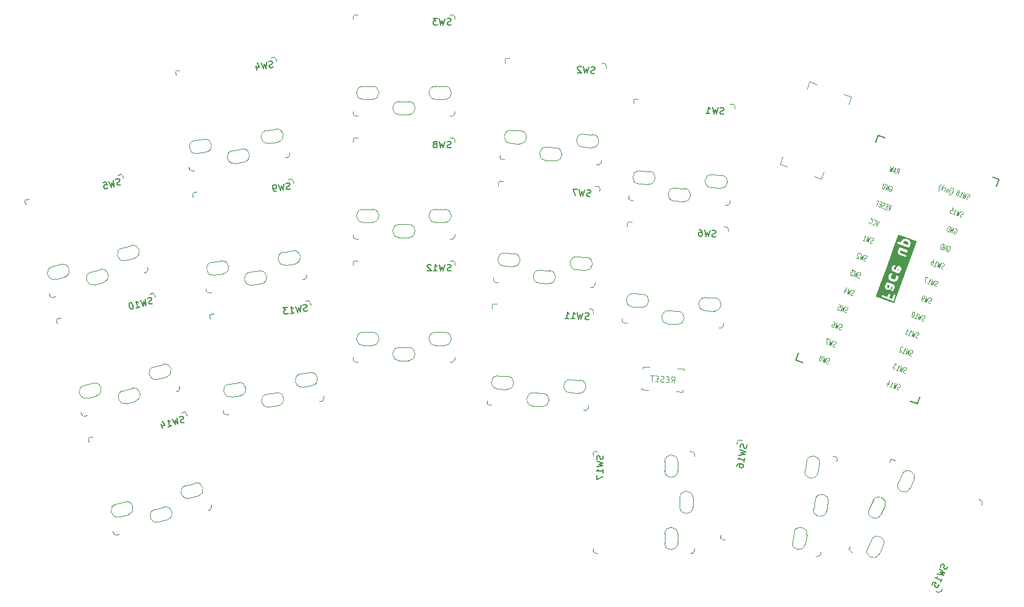
<source format=gbr>
%TF.GenerationSoftware,KiCad,Pcbnew,7.0.10*%
%TF.CreationDate,2024-03-05T23:28:46+01:00*%
%TF.ProjectId,routes,726f7574-6573-42e6-9b69-6361645f7063,rev?*%
%TF.SameCoordinates,Original*%
%TF.FileFunction,Legend,Bot*%
%TF.FilePolarity,Positive*%
%FSLAX46Y46*%
G04 Gerber Fmt 4.6, Leading zero omitted, Abs format (unit mm)*
G04 Created by KiCad (PCBNEW 7.0.10) date 2024-03-05 23:28:46*
%MOMM*%
%LPD*%
G01*
G04 APERTURE LIST*
%ADD10C,0.125000*%
%ADD11C,0.300000*%
%ADD12C,0.160000*%
%ADD13C,0.100000*%
%ADD14C,0.150000*%
%ADD15C,0.120000*%
G04 APERTURE END LIST*
D10*
X168354289Y-108941767D02*
X168274953Y-108950898D01*
X168274953Y-108950898D02*
X168163085Y-108910181D01*
X168163085Y-108910181D02*
X168130552Y-108860334D01*
X168130552Y-108860334D02*
X168120394Y-108818630D01*
X168120394Y-108818630D02*
X168122450Y-108743366D01*
X168122450Y-108743366D02*
X168146880Y-108676245D01*
X168146880Y-108676245D02*
X168193684Y-108617267D01*
X168193684Y-108617267D02*
X168228272Y-108591850D01*
X168228272Y-108591850D02*
X168285235Y-108574576D01*
X168285235Y-108574576D02*
X168386944Y-108573589D01*
X168386944Y-108573589D02*
X168443907Y-108556315D01*
X168443907Y-108556315D02*
X168478495Y-108530898D01*
X168478495Y-108530898D02*
X168525299Y-108471921D01*
X168525299Y-108471921D02*
X168549729Y-108404800D01*
X168549729Y-108404800D02*
X168551785Y-108329536D01*
X168551785Y-108329536D02*
X168541627Y-108287832D01*
X168541627Y-108287832D02*
X168509094Y-108237985D01*
X168509094Y-108237985D02*
X168397226Y-108197268D01*
X168397226Y-108197268D02*
X168317890Y-108206399D01*
X168173490Y-108115835D02*
X167805107Y-108779888D01*
X167805107Y-108779888D02*
X167898838Y-108243908D01*
X167898838Y-108243908D02*
X167626118Y-108714741D01*
X167626118Y-108714741D02*
X167770765Y-107969255D01*
X167089150Y-108519301D02*
X167357634Y-108617021D01*
X167223392Y-108568161D02*
X167479907Y-107863391D01*
X167479907Y-107863391D02*
X167488009Y-107980359D01*
X167488009Y-107980359D02*
X167508327Y-108063767D01*
X167508327Y-108063767D02*
X167540859Y-108113614D01*
X166857435Y-107902875D02*
X166686425Y-108372721D01*
X167067024Y-107675108D02*
X166995667Y-108219231D01*
X166995667Y-108219231D02*
X166704809Y-108113368D01*
D11*
G36*
X167140686Y-94501059D02*
G01*
X167033090Y-94796677D01*
X166979129Y-94847767D01*
X166905309Y-94856263D01*
X166837616Y-94831625D01*
X166786526Y-94777664D01*
X166778030Y-94703844D01*
X166875959Y-94434788D01*
X166898908Y-94413059D01*
X167140686Y-94501059D01*
G37*
G36*
X168404728Y-92184028D02*
G01*
X168413224Y-92257848D01*
X168339725Y-92459784D01*
X168285765Y-92510874D01*
X168211945Y-92519370D01*
X168148670Y-92496340D01*
X168364485Y-92141525D01*
X168404728Y-92184028D01*
G37*
G36*
X169605738Y-88481110D02*
G01*
X169674467Y-88553700D01*
X169696585Y-88601130D01*
X169708014Y-88700441D01*
X169634516Y-88902376D01*
X169611567Y-88924105D01*
X168980344Y-88694358D01*
X168976731Y-88662963D01*
X169050230Y-88461028D01*
X169122821Y-88392297D01*
X169170249Y-88370180D01*
X169269560Y-88358751D01*
X169605738Y-88481110D01*
G37*
G36*
X170895556Y-88403274D02*
G01*
X167763628Y-97008173D01*
X165199609Y-96074946D01*
X165207131Y-96054280D01*
X165988645Y-96054280D01*
X166021459Y-96124651D01*
X166085063Y-96169187D01*
X167494602Y-96682217D01*
X167571952Y-96688984D01*
X167642323Y-96656170D01*
X167686859Y-96592566D01*
X167931159Y-95921357D01*
X167937926Y-95844007D01*
X167905112Y-95773635D01*
X167841508Y-95729100D01*
X167764158Y-95722332D01*
X167693787Y-95755147D01*
X167649251Y-95818751D01*
X167456254Y-96349005D01*
X167066953Y-96207312D01*
X167186660Y-95878420D01*
X167193427Y-95801070D01*
X167160613Y-95730698D01*
X167097009Y-95686163D01*
X167019659Y-95679395D01*
X166949288Y-95712210D01*
X166904752Y-95775814D01*
X166785045Y-96104706D01*
X166187669Y-95887279D01*
X166110319Y-95880512D01*
X166039948Y-95913326D01*
X165995412Y-95976930D01*
X165988645Y-96054280D01*
X165207131Y-96054280D01*
X165698969Y-94702965D01*
X166475950Y-94702965D01*
X166494211Y-94861636D01*
X166497582Y-94870167D01*
X166497332Y-94879338D01*
X166511678Y-94905832D01*
X166522750Y-94933847D01*
X166529934Y-94939548D01*
X166534303Y-94947616D01*
X166644115Y-95063597D01*
X166673489Y-95081644D01*
X166701735Y-95101422D01*
X166835977Y-95150282D01*
X166870327Y-95153287D01*
X166904430Y-95158344D01*
X167063101Y-95140083D01*
X167071631Y-95136711D01*
X167080803Y-95136962D01*
X167107296Y-95122616D01*
X167135312Y-95111544D01*
X167141014Y-95104358D01*
X167149082Y-95099990D01*
X167265062Y-94990178D01*
X167283105Y-94960808D01*
X167302887Y-94932558D01*
X167412926Y-94630228D01*
X167435875Y-94608499D01*
X167449728Y-94613542D01*
X167500817Y-94667501D01*
X167509313Y-94741323D01*
X167435815Y-94943257D01*
X167345547Y-95028724D01*
X167304902Y-95094881D01*
X167302782Y-95172498D01*
X167339754Y-95240777D01*
X167405911Y-95281422D01*
X167483528Y-95283542D01*
X167551807Y-95246570D01*
X167667787Y-95136758D01*
X167685830Y-95107388D01*
X167705612Y-95079138D01*
X167803332Y-94810655D01*
X167806336Y-94776307D01*
X167811394Y-94742203D01*
X167793134Y-94583531D01*
X167789762Y-94574999D01*
X167790013Y-94565828D01*
X167775668Y-94539337D01*
X167764596Y-94511320D01*
X167757408Y-94505616D01*
X167753041Y-94497550D01*
X167643229Y-94381569D01*
X167613844Y-94363515D01*
X167585609Y-94343745D01*
X166847279Y-94075015D01*
X166769929Y-94068248D01*
X166699558Y-94101062D01*
X166655022Y-94164666D01*
X166648709Y-94236815D01*
X166643986Y-94241288D01*
X166625932Y-94270672D01*
X166606162Y-94298908D01*
X166484012Y-94634512D01*
X166481006Y-94668862D01*
X166475950Y-94702965D01*
X165698969Y-94702965D01*
X166187569Y-93360547D01*
X166964550Y-93360547D01*
X166982811Y-93519218D01*
X166991686Y-93541676D01*
X166995881Y-93565462D01*
X167038572Y-93657012D01*
X167054095Y-93675512D01*
X167065595Y-93696750D01*
X167175407Y-93812730D01*
X167204776Y-93830773D01*
X167233027Y-93850555D01*
X167635752Y-93997135D01*
X167670102Y-94000140D01*
X167704205Y-94005197D01*
X167862876Y-93986936D01*
X167885334Y-93978060D01*
X167909120Y-93973866D01*
X168000670Y-93931175D01*
X168019170Y-93915651D01*
X168040408Y-93904152D01*
X168156388Y-93794340D01*
X168174431Y-93764970D01*
X168194213Y-93736720D01*
X168291933Y-93468237D01*
X168294938Y-93433886D01*
X168299995Y-93399784D01*
X168281734Y-93241112D01*
X168253195Y-93168902D01*
X168192374Y-93120635D01*
X168115568Y-93109246D01*
X168043358Y-93137785D01*
X167995091Y-93198606D01*
X167983702Y-93275412D01*
X167997914Y-93398904D01*
X167924416Y-93600839D01*
X167851823Y-93669570D01*
X167804394Y-93691687D01*
X167705084Y-93703116D01*
X167368907Y-93580757D01*
X167300176Y-93508165D01*
X167278059Y-93460736D01*
X167266630Y-93361426D01*
X167340129Y-93159490D01*
X167430396Y-93074025D01*
X167471042Y-93007868D01*
X167473163Y-92930251D01*
X167436191Y-92861973D01*
X167370034Y-92821327D01*
X167292417Y-92819206D01*
X167224138Y-92856178D01*
X167108157Y-92965989D01*
X167090110Y-92995363D01*
X167070332Y-93023610D01*
X166972612Y-93292094D01*
X166969606Y-93326444D01*
X166964550Y-93360547D01*
X166187569Y-93360547D01*
X166602879Y-92219492D01*
X167379860Y-92219492D01*
X167398121Y-92378163D01*
X167401492Y-92386693D01*
X167401242Y-92395865D01*
X167415587Y-92422358D01*
X167426660Y-92450374D01*
X167433845Y-92456076D01*
X167438214Y-92464144D01*
X167548026Y-92580124D01*
X167577395Y-92598167D01*
X167605646Y-92617949D01*
X168142613Y-92813389D01*
X168176963Y-92816394D01*
X168211066Y-92821451D01*
X168369737Y-92803190D01*
X168378267Y-92799818D01*
X168387439Y-92800069D01*
X168413932Y-92785723D01*
X168441948Y-92774651D01*
X168447650Y-92767465D01*
X168455718Y-92763097D01*
X168571698Y-92653285D01*
X168589741Y-92623915D01*
X168609523Y-92595665D01*
X168707243Y-92327181D01*
X168710248Y-92292831D01*
X168715305Y-92258728D01*
X168697044Y-92100057D01*
X168693672Y-92091526D01*
X168693923Y-92082355D01*
X168679576Y-92055861D01*
X168668505Y-92027847D01*
X168661319Y-92022144D01*
X168656951Y-92014077D01*
X168547139Y-91898096D01*
X168517754Y-91880042D01*
X168489519Y-91860272D01*
X168355277Y-91811412D01*
X168330894Y-91809278D01*
X168307403Y-91802405D01*
X168292848Y-91805950D01*
X168277927Y-91804645D01*
X168255743Y-91814989D01*
X168231963Y-91820782D01*
X168221132Y-91831128D01*
X168207556Y-91837459D01*
X168193517Y-91857508D01*
X168175818Y-91874416D01*
X167861180Y-92391702D01*
X167741526Y-92348151D01*
X167690436Y-92294191D01*
X167681940Y-92220371D01*
X167755439Y-92018435D01*
X167845706Y-91932970D01*
X167886352Y-91866813D01*
X167888473Y-91789196D01*
X167851501Y-91720918D01*
X167785344Y-91680272D01*
X167707727Y-91678151D01*
X167639448Y-91715123D01*
X167523467Y-91824934D01*
X167505420Y-91854308D01*
X167485642Y-91882555D01*
X167387922Y-92151039D01*
X167384916Y-92185389D01*
X167379860Y-92219492D01*
X166602879Y-92219492D01*
X167457929Y-89870261D01*
X168234910Y-89870261D01*
X168253171Y-90028932D01*
X168256542Y-90037462D01*
X168256292Y-90046634D01*
X168270637Y-90073127D01*
X168281710Y-90101143D01*
X168288895Y-90106845D01*
X168293264Y-90114913D01*
X168403076Y-90230893D01*
X168432445Y-90248936D01*
X168460696Y-90268718D01*
X169199026Y-90537448D01*
X169276376Y-90544215D01*
X169346747Y-90511401D01*
X169391283Y-90447797D01*
X169398050Y-90370447D01*
X169365235Y-90300076D01*
X169301632Y-90255540D01*
X168596576Y-89998920D01*
X168545486Y-89944960D01*
X168536990Y-89871140D01*
X168586059Y-89736325D01*
X168658649Y-89667595D01*
X168671829Y-89661449D01*
X169418896Y-89933360D01*
X169496246Y-89940127D01*
X169566618Y-89907313D01*
X169611153Y-89843709D01*
X169617921Y-89766359D01*
X169585106Y-89695988D01*
X169521502Y-89651452D01*
X168581809Y-89309431D01*
X168504459Y-89302664D01*
X168434088Y-89335478D01*
X168389552Y-89399082D01*
X168382785Y-89476432D01*
X168395472Y-89503640D01*
X168354086Y-89542825D01*
X168336034Y-89572206D01*
X168316262Y-89600445D01*
X168242972Y-89801808D01*
X168239966Y-89836158D01*
X168234910Y-89870261D01*
X167457929Y-89870261D01*
X167907814Y-88634213D01*
X168157239Y-88634213D01*
X168190053Y-88704584D01*
X168253657Y-88749120D01*
X169663196Y-89262150D01*
X169740546Y-89268917D01*
X169810917Y-89236103D01*
X169855453Y-89172499D01*
X169861765Y-89100349D01*
X169866488Y-89095878D01*
X169884535Y-89066503D01*
X169904313Y-89038258D01*
X170002033Y-88769774D01*
X170005038Y-88735424D01*
X170010095Y-88701321D01*
X169991834Y-88542649D01*
X169982957Y-88520190D01*
X169978764Y-88496406D01*
X169936073Y-88404855D01*
X169920550Y-88386355D01*
X169909051Y-88365119D01*
X169799240Y-88249138D01*
X169769865Y-88231091D01*
X169741619Y-88211313D01*
X169338893Y-88064733D01*
X169304542Y-88061727D01*
X169270440Y-88056671D01*
X169111768Y-88074932D01*
X169089309Y-88083808D01*
X169065525Y-88088002D01*
X168973974Y-88130693D01*
X168955473Y-88146216D01*
X168934237Y-88157716D01*
X168818257Y-88267528D01*
X168800208Y-88296906D01*
X168780433Y-88325148D01*
X168685155Y-88586919D01*
X168356263Y-88467212D01*
X168278913Y-88460445D01*
X168208542Y-88493259D01*
X168164006Y-88556863D01*
X168157239Y-88634213D01*
X167907814Y-88634213D01*
X168331536Y-87470047D01*
X170895556Y-88403274D01*
G37*
D10*
X165701064Y-85650384D02*
X165287933Y-86298150D01*
X165287933Y-86298150D02*
X165387833Y-85536377D01*
X164730649Y-86019302D02*
X164740808Y-86061006D01*
X164740808Y-86061006D02*
X164795714Y-86118996D01*
X164795714Y-86118996D02*
X164840461Y-86135283D01*
X164840461Y-86135283D02*
X164919797Y-86126153D01*
X164919797Y-86126153D02*
X164988974Y-86075318D01*
X164988974Y-86075318D02*
X165035778Y-86016341D01*
X165035778Y-86016341D02*
X165107012Y-85890242D01*
X165107012Y-85890242D02*
X165143657Y-85789561D01*
X165143657Y-85789561D02*
X165170143Y-85647176D01*
X165170143Y-85647176D02*
X165172199Y-85571912D01*
X165172199Y-85571912D02*
X165151882Y-85488504D01*
X165151882Y-85488504D02*
X165096976Y-85430514D01*
X165096976Y-85430514D02*
X165052229Y-85414227D01*
X165052229Y-85414227D02*
X164972893Y-85423357D01*
X164972893Y-85423357D02*
X164938304Y-85448774D01*
X164260803Y-85848292D02*
X164270962Y-85889996D01*
X164270962Y-85889996D02*
X164325867Y-85947986D01*
X164325867Y-85947986D02*
X164370615Y-85964273D01*
X164370615Y-85964273D02*
X164449951Y-85955143D01*
X164449951Y-85955143D02*
X164519128Y-85904308D01*
X164519128Y-85904308D02*
X164565932Y-85845331D01*
X164565932Y-85845331D02*
X164637165Y-85719232D01*
X164637165Y-85719232D02*
X164673810Y-85618551D01*
X164673810Y-85618551D02*
X164700297Y-85476166D01*
X164700297Y-85476166D02*
X164702353Y-85400902D01*
X164702353Y-85400902D02*
X164682036Y-85317494D01*
X164682036Y-85317494D02*
X164627130Y-85259504D01*
X164627130Y-85259504D02*
X164582383Y-85243217D01*
X164582383Y-85243217D02*
X164503047Y-85252347D01*
X164503047Y-85252347D02*
X164468458Y-85277764D01*
X161126244Y-98271111D02*
X161046908Y-98280242D01*
X161046908Y-98280242D02*
X160935040Y-98239525D01*
X160935040Y-98239525D02*
X160902508Y-98189678D01*
X160902508Y-98189678D02*
X160892349Y-98147974D01*
X160892349Y-98147974D02*
X160894405Y-98072710D01*
X160894405Y-98072710D02*
X160918835Y-98005589D01*
X160918835Y-98005589D02*
X160965639Y-97946611D01*
X160965639Y-97946611D02*
X161000228Y-97921194D01*
X161000228Y-97921194D02*
X161057190Y-97903920D01*
X161057190Y-97903920D02*
X161158899Y-97902933D01*
X161158899Y-97902933D02*
X161215862Y-97885660D01*
X161215862Y-97885660D02*
X161250450Y-97860242D01*
X161250450Y-97860242D02*
X161297254Y-97801265D01*
X161297254Y-97801265D02*
X161321684Y-97734144D01*
X161321684Y-97734144D02*
X161323740Y-97658880D01*
X161323740Y-97658880D02*
X161313582Y-97617176D01*
X161313582Y-97617176D02*
X161281050Y-97567329D01*
X161281050Y-97567329D02*
X161169181Y-97526612D01*
X161169181Y-97526612D02*
X161089845Y-97535743D01*
X160945445Y-97445179D02*
X160577062Y-98109232D01*
X160577062Y-98109232D02*
X160670793Y-97573252D01*
X160670793Y-97573252D02*
X160398073Y-98044085D01*
X160398073Y-98044085D02*
X160542720Y-97298599D01*
X160139994Y-97152019D02*
X160363731Y-97233452D01*
X160363731Y-97233452D02*
X160263954Y-97577200D01*
X160263954Y-97577200D02*
X160253796Y-97535496D01*
X160253796Y-97535496D02*
X160221263Y-97485649D01*
X160221263Y-97485649D02*
X160109395Y-97444932D01*
X160109395Y-97444932D02*
X160052433Y-97462206D01*
X160052433Y-97462206D02*
X160017844Y-97487623D01*
X160017844Y-97487623D02*
X159971041Y-97546601D01*
X159971041Y-97546601D02*
X159909966Y-97714403D01*
X159909966Y-97714403D02*
X159907909Y-97789667D01*
X159907909Y-97789667D02*
X159918068Y-97831371D01*
X159918068Y-97831371D02*
X159950600Y-97881218D01*
X159950600Y-97881218D02*
X160062468Y-97921935D01*
X160062468Y-97921935D02*
X160119430Y-97904661D01*
X160119430Y-97904661D02*
X160154019Y-97879244D01*
X167241027Y-80810942D02*
X167297990Y-80793668D01*
X167297990Y-80793668D02*
X167365111Y-80818098D01*
X167365111Y-80818098D02*
X167420016Y-80876089D01*
X167420016Y-80876089D02*
X167440334Y-80959496D01*
X167440334Y-80959496D02*
X167438277Y-81034760D01*
X167438277Y-81034760D02*
X167411791Y-81177146D01*
X167411791Y-81177146D02*
X167375146Y-81277827D01*
X167375146Y-81277827D02*
X167303912Y-81403925D01*
X167303912Y-81403925D02*
X167257109Y-81462903D01*
X167257109Y-81462903D02*
X167187931Y-81513737D01*
X167187931Y-81513737D02*
X167108595Y-81522868D01*
X167108595Y-81522868D02*
X167063848Y-81506581D01*
X167063848Y-81506581D02*
X167008942Y-81448591D01*
X167008942Y-81448591D02*
X166998784Y-81406887D01*
X166998784Y-81406887D02*
X167084289Y-81171964D01*
X167084289Y-81171964D02*
X167173783Y-81204537D01*
X166772991Y-81400718D02*
X167029506Y-80695948D01*
X167029506Y-80695948D02*
X166504507Y-81302998D01*
X166504507Y-81302998D02*
X166761022Y-80598228D01*
X166280771Y-81221564D02*
X166537286Y-80516795D01*
X166537286Y-80516795D02*
X166425417Y-80476078D01*
X166425417Y-80476078D02*
X166346082Y-80485208D01*
X166346082Y-80485208D02*
X166276904Y-80536043D01*
X166276904Y-80536043D02*
X166230101Y-80595020D01*
X166230101Y-80595020D02*
X166158867Y-80721119D01*
X166158867Y-80721119D02*
X166122222Y-80821800D01*
X166122222Y-80821800D02*
X166095736Y-80964185D01*
X166095736Y-80964185D02*
X166093679Y-81039449D01*
X166093679Y-81039449D02*
X166113996Y-81122857D01*
X166113996Y-81122857D02*
X166168902Y-81180847D01*
X166168902Y-81180847D02*
X166280771Y-81221564D01*
X167938622Y-79047468D02*
X168217387Y-78768867D01*
X168207105Y-79145188D02*
X168463620Y-78440419D01*
X168463620Y-78440419D02*
X168284631Y-78375272D01*
X168284631Y-78375272D02*
X168227669Y-78392546D01*
X168227669Y-78392546D02*
X168193080Y-78417963D01*
X168193080Y-78417963D02*
X168146277Y-78476940D01*
X168146277Y-78476940D02*
X168109632Y-78577622D01*
X168109632Y-78577622D02*
X168107575Y-78652886D01*
X168107575Y-78652886D02*
X168117734Y-78694590D01*
X168117734Y-78694590D02*
X168150266Y-78744437D01*
X168150266Y-78744437D02*
X168329255Y-78809584D01*
X167832923Y-78780959D02*
X167609186Y-78699525D01*
X167804380Y-78998608D02*
X167904279Y-78236835D01*
X167904279Y-78236835D02*
X167491149Y-78884601D01*
X167635796Y-78139115D02*
X167267413Y-78803168D01*
X167267413Y-78803168D02*
X167361144Y-78267188D01*
X167361144Y-78267188D02*
X167088424Y-78738021D01*
X167088424Y-78738021D02*
X167233071Y-77992535D01*
X169237530Y-106602796D02*
X169158194Y-106611927D01*
X169158194Y-106611927D02*
X169046326Y-106571210D01*
X169046326Y-106571210D02*
X169013793Y-106521363D01*
X169013793Y-106521363D02*
X169003635Y-106479659D01*
X169003635Y-106479659D02*
X169005691Y-106404395D01*
X169005691Y-106404395D02*
X169030121Y-106337274D01*
X169030121Y-106337274D02*
X169076925Y-106278296D01*
X169076925Y-106278296D02*
X169111513Y-106252879D01*
X169111513Y-106252879D02*
X169168476Y-106235605D01*
X169168476Y-106235605D02*
X169270185Y-106234618D01*
X169270185Y-106234618D02*
X169327148Y-106217344D01*
X169327148Y-106217344D02*
X169361736Y-106191927D01*
X169361736Y-106191927D02*
X169408540Y-106132950D01*
X169408540Y-106132950D02*
X169432970Y-106065829D01*
X169432970Y-106065829D02*
X169435026Y-105990565D01*
X169435026Y-105990565D02*
X169424868Y-105948861D01*
X169424868Y-105948861D02*
X169392335Y-105899014D01*
X169392335Y-105899014D02*
X169280467Y-105858297D01*
X169280467Y-105858297D02*
X169201131Y-105867428D01*
X169056731Y-105776864D02*
X168688348Y-106440917D01*
X168688348Y-106440917D02*
X168782079Y-105904937D01*
X168782079Y-105904937D02*
X168509359Y-106375770D01*
X168509359Y-106375770D02*
X168654006Y-105630284D01*
X167972391Y-106180330D02*
X168240875Y-106278050D01*
X168106633Y-106229190D02*
X168363148Y-105524420D01*
X168363148Y-105524420D02*
X168371250Y-105641388D01*
X168371250Y-105641388D02*
X168391568Y-105724796D01*
X168391568Y-105724796D02*
X168424100Y-105774643D01*
X168072291Y-105418557D02*
X167781434Y-105312694D01*
X167781434Y-105312694D02*
X167840330Y-105638181D01*
X167840330Y-105638181D02*
X167773209Y-105613751D01*
X167773209Y-105613751D02*
X167716246Y-105631024D01*
X167716246Y-105631024D02*
X167681658Y-105656442D01*
X167681658Y-105656442D02*
X167634854Y-105715419D01*
X167634854Y-105715419D02*
X167573779Y-105883221D01*
X167573779Y-105883221D02*
X167571723Y-105958486D01*
X167571723Y-105958486D02*
X167581881Y-106000189D01*
X167581881Y-106000189D02*
X167614414Y-106050036D01*
X167614414Y-106050036D02*
X167748655Y-106098897D01*
X167748655Y-106098897D02*
X167805618Y-106081623D01*
X167805618Y-106081623D02*
X167840206Y-106056206D01*
X175262609Y-89125941D02*
X175319572Y-89108667D01*
X175319572Y-89108667D02*
X175386692Y-89133097D01*
X175386692Y-89133097D02*
X175441598Y-89191087D01*
X175441598Y-89191087D02*
X175461916Y-89274495D01*
X175461916Y-89274495D02*
X175459859Y-89349759D01*
X175459859Y-89349759D02*
X175433373Y-89492144D01*
X175433373Y-89492144D02*
X175396728Y-89592826D01*
X175396728Y-89592826D02*
X175325494Y-89718924D01*
X175325494Y-89718924D02*
X175278691Y-89777902D01*
X175278691Y-89777902D02*
X175209513Y-89828736D01*
X175209513Y-89828736D02*
X175130177Y-89837866D01*
X175130177Y-89837866D02*
X175085430Y-89821580D01*
X175085430Y-89821580D02*
X175030524Y-89763589D01*
X175030524Y-89763589D02*
X175020366Y-89721885D01*
X175020366Y-89721885D02*
X175105871Y-89486962D01*
X175105871Y-89486962D02*
X175195365Y-89519535D01*
X174794573Y-89715716D02*
X175051088Y-89010947D01*
X175051088Y-89010947D02*
X174526089Y-89617996D01*
X174526089Y-89617996D02*
X174782604Y-88913227D01*
X174302352Y-89536563D02*
X174558868Y-88831793D01*
X174558868Y-88831793D02*
X174446999Y-88791076D01*
X174446999Y-88791076D02*
X174367663Y-88800207D01*
X174367663Y-88800207D02*
X174298486Y-88851041D01*
X174298486Y-88851041D02*
X174251683Y-88910019D01*
X174251683Y-88910019D02*
X174180449Y-89036117D01*
X174180449Y-89036117D02*
X174143804Y-89136798D01*
X174143804Y-89136798D02*
X174117317Y-89279184D01*
X174117317Y-89279184D02*
X174115261Y-89354448D01*
X174115261Y-89354448D02*
X174135578Y-89437855D01*
X174135578Y-89437855D02*
X174190484Y-89495846D01*
X174190484Y-89495846D02*
X174302352Y-89536563D01*
X172699654Y-97002973D02*
X172620318Y-97012104D01*
X172620318Y-97012104D02*
X172508450Y-96971387D01*
X172508450Y-96971387D02*
X172475917Y-96921540D01*
X172475917Y-96921540D02*
X172465759Y-96879836D01*
X172465759Y-96879836D02*
X172467815Y-96804572D01*
X172467815Y-96804572D02*
X172492245Y-96737451D01*
X172492245Y-96737451D02*
X172539049Y-96678473D01*
X172539049Y-96678473D02*
X172573637Y-96653056D01*
X172573637Y-96653056D02*
X172630600Y-96635782D01*
X172630600Y-96635782D02*
X172732309Y-96634795D01*
X172732309Y-96634795D02*
X172789272Y-96617521D01*
X172789272Y-96617521D02*
X172823860Y-96592104D01*
X172823860Y-96592104D02*
X172870664Y-96533127D01*
X172870664Y-96533127D02*
X172895094Y-96466006D01*
X172895094Y-96466006D02*
X172897150Y-96390742D01*
X172897150Y-96390742D02*
X172886992Y-96349038D01*
X172886992Y-96349038D02*
X172854459Y-96299191D01*
X172854459Y-96299191D02*
X172742591Y-96258474D01*
X172742591Y-96258474D02*
X172663255Y-96267605D01*
X172518855Y-96177041D02*
X172150472Y-96841094D01*
X172150472Y-96841094D02*
X172244203Y-96305114D01*
X172244203Y-96305114D02*
X171971483Y-96775947D01*
X171971483Y-96775947D02*
X172116130Y-96030461D01*
X171658252Y-96661940D02*
X171568757Y-96629367D01*
X171568757Y-96629367D02*
X171536225Y-96579520D01*
X171536225Y-96579520D02*
X171526066Y-96537816D01*
X171526066Y-96537816D02*
X171517964Y-96420848D01*
X171517964Y-96420848D02*
X171544450Y-96278463D01*
X171544450Y-96278463D02*
X171642170Y-96009979D01*
X171642170Y-96009979D02*
X171688974Y-95951001D01*
X171688974Y-95951001D02*
X171723563Y-95925584D01*
X171723563Y-95925584D02*
X171780525Y-95908311D01*
X171780525Y-95908311D02*
X171870019Y-95940884D01*
X171870019Y-95940884D02*
X171902552Y-95990731D01*
X171902552Y-95990731D02*
X171912710Y-96032435D01*
X171912710Y-96032435D02*
X171910654Y-96107699D01*
X171910654Y-96107699D02*
X171849579Y-96275501D01*
X171849579Y-96275501D02*
X171802775Y-96334479D01*
X171802775Y-96334479D02*
X171768187Y-96359896D01*
X171768187Y-96359896D02*
X171711224Y-96377170D01*
X171711224Y-96377170D02*
X171621730Y-96344596D01*
X171621730Y-96344596D02*
X171589198Y-96294749D01*
X171589198Y-96294749D02*
X171579039Y-96253046D01*
X171579039Y-96253046D02*
X171581095Y-96177781D01*
X177074921Y-85069740D02*
X176995585Y-85078871D01*
X176995585Y-85078871D02*
X176883717Y-85038154D01*
X176883717Y-85038154D02*
X176851184Y-84988307D01*
X176851184Y-84988307D02*
X176841026Y-84946603D01*
X176841026Y-84946603D02*
X176843082Y-84871339D01*
X176843082Y-84871339D02*
X176867512Y-84804218D01*
X176867512Y-84804218D02*
X176914316Y-84745240D01*
X176914316Y-84745240D02*
X176948904Y-84719823D01*
X176948904Y-84719823D02*
X177005867Y-84702549D01*
X177005867Y-84702549D02*
X177107576Y-84701562D01*
X177107576Y-84701562D02*
X177164539Y-84684288D01*
X177164539Y-84684288D02*
X177199127Y-84658871D01*
X177199127Y-84658871D02*
X177245931Y-84599894D01*
X177245931Y-84599894D02*
X177270361Y-84532773D01*
X177270361Y-84532773D02*
X177272417Y-84457509D01*
X177272417Y-84457509D02*
X177262259Y-84415805D01*
X177262259Y-84415805D02*
X177229726Y-84365958D01*
X177229726Y-84365958D02*
X177117858Y-84325241D01*
X177117858Y-84325241D02*
X177038522Y-84334372D01*
X176894122Y-84243808D02*
X176525739Y-84907861D01*
X176525739Y-84907861D02*
X176619470Y-84371881D01*
X176619470Y-84371881D02*
X176346750Y-84842714D01*
X176346750Y-84842714D02*
X176491397Y-84097228D01*
X175809782Y-84647274D02*
X176078266Y-84744994D01*
X175944024Y-84696134D02*
X176200539Y-83991364D01*
X176200539Y-83991364D02*
X176208641Y-84108332D01*
X176208641Y-84108332D02*
X176228959Y-84191740D01*
X176228959Y-84191740D02*
X176261491Y-84241587D01*
X175641199Y-83787781D02*
X175864935Y-83869214D01*
X175864935Y-83869214D02*
X175765159Y-84212962D01*
X175765159Y-84212962D02*
X175755000Y-84171258D01*
X175755000Y-84171258D02*
X175722468Y-84121411D01*
X175722468Y-84121411D02*
X175610600Y-84080695D01*
X175610600Y-84080695D02*
X175553637Y-84097968D01*
X175553637Y-84097968D02*
X175519049Y-84123386D01*
X175519049Y-84123386D02*
X175472245Y-84182363D01*
X175472245Y-84182363D02*
X175411170Y-84350165D01*
X175411170Y-84350165D02*
X175409114Y-84425430D01*
X175409114Y-84425430D02*
X175419272Y-84467133D01*
X175419272Y-84467133D02*
X175451805Y-84516980D01*
X175451805Y-84516980D02*
X175563673Y-84557697D01*
X175563673Y-84557697D02*
X175620635Y-84540423D01*
X175620635Y-84540423D02*
X175655224Y-84515006D01*
X170097710Y-104239469D02*
X170018374Y-104248600D01*
X170018374Y-104248600D02*
X169906506Y-104207883D01*
X169906506Y-104207883D02*
X169873973Y-104158036D01*
X169873973Y-104158036D02*
X169863815Y-104116332D01*
X169863815Y-104116332D02*
X169865871Y-104041068D01*
X169865871Y-104041068D02*
X169890301Y-103973947D01*
X169890301Y-103973947D02*
X169937105Y-103914969D01*
X169937105Y-103914969D02*
X169971693Y-103889552D01*
X169971693Y-103889552D02*
X170028656Y-103872278D01*
X170028656Y-103872278D02*
X170130365Y-103871291D01*
X170130365Y-103871291D02*
X170187328Y-103854017D01*
X170187328Y-103854017D02*
X170221916Y-103828600D01*
X170221916Y-103828600D02*
X170268720Y-103769623D01*
X170268720Y-103769623D02*
X170293150Y-103702502D01*
X170293150Y-103702502D02*
X170295206Y-103627238D01*
X170295206Y-103627238D02*
X170285048Y-103585534D01*
X170285048Y-103585534D02*
X170252515Y-103535687D01*
X170252515Y-103535687D02*
X170140647Y-103494970D01*
X170140647Y-103494970D02*
X170061311Y-103504101D01*
X169916911Y-103413537D02*
X169548528Y-104077590D01*
X169548528Y-104077590D02*
X169642259Y-103541610D01*
X169642259Y-103541610D02*
X169369539Y-104012443D01*
X169369539Y-104012443D02*
X169514186Y-103266957D01*
X168832571Y-103817003D02*
X169101055Y-103914723D01*
X168966813Y-103865863D02*
X169223328Y-103161093D01*
X169223328Y-103161093D02*
X169231430Y-103278061D01*
X169231430Y-103278061D02*
X169251748Y-103361469D01*
X169251748Y-103361469D02*
X169284280Y-103411316D01*
X168885668Y-103114208D02*
X168875509Y-103072504D01*
X168875509Y-103072504D02*
X168842977Y-103022657D01*
X168842977Y-103022657D02*
X168731109Y-102981940D01*
X168731109Y-102981940D02*
X168674146Y-102999214D01*
X168674146Y-102999214D02*
X168639558Y-103024631D01*
X168639558Y-103024631D02*
X168592754Y-103083608D01*
X168592754Y-103083608D02*
X168568324Y-103150729D01*
X168568324Y-103150729D02*
X168554053Y-103259554D01*
X168554053Y-103259554D02*
X168675956Y-103760000D01*
X168675956Y-103760000D02*
X168385099Y-103654136D01*
X161984715Y-95912483D02*
X161905379Y-95921614D01*
X161905379Y-95921614D02*
X161793511Y-95880897D01*
X161793511Y-95880897D02*
X161760979Y-95831050D01*
X161760979Y-95831050D02*
X161750820Y-95789346D01*
X161750820Y-95789346D02*
X161752876Y-95714082D01*
X161752876Y-95714082D02*
X161777306Y-95646961D01*
X161777306Y-95646961D02*
X161824110Y-95587983D01*
X161824110Y-95587983D02*
X161858699Y-95562566D01*
X161858699Y-95562566D02*
X161915661Y-95545292D01*
X161915661Y-95545292D02*
X162017370Y-95544305D01*
X162017370Y-95544305D02*
X162074333Y-95527032D01*
X162074333Y-95527032D02*
X162108921Y-95501614D01*
X162108921Y-95501614D02*
X162155725Y-95442637D01*
X162155725Y-95442637D02*
X162180155Y-95375516D01*
X162180155Y-95375516D02*
X162182211Y-95300252D01*
X162182211Y-95300252D02*
X162172053Y-95258548D01*
X162172053Y-95258548D02*
X162139521Y-95208701D01*
X162139521Y-95208701D02*
X162027652Y-95167984D01*
X162027652Y-95167984D02*
X161948316Y-95177115D01*
X161803916Y-95086551D02*
X161435533Y-95750604D01*
X161435533Y-95750604D02*
X161529264Y-95214624D01*
X161529264Y-95214624D02*
X161256544Y-95685457D01*
X161256544Y-95685457D02*
X161401191Y-94939971D01*
X160935334Y-95036457D02*
X160764324Y-95506304D01*
X161144922Y-94808690D02*
X161073565Y-95352814D01*
X161073565Y-95352814D02*
X160782708Y-95246950D01*
X174440537Y-92219937D02*
X174361201Y-92229068D01*
X174361201Y-92229068D02*
X174249333Y-92188351D01*
X174249333Y-92188351D02*
X174216800Y-92138504D01*
X174216800Y-92138504D02*
X174206642Y-92096800D01*
X174206642Y-92096800D02*
X174208698Y-92021536D01*
X174208698Y-92021536D02*
X174233128Y-91954415D01*
X174233128Y-91954415D02*
X174279932Y-91895437D01*
X174279932Y-91895437D02*
X174314520Y-91870020D01*
X174314520Y-91870020D02*
X174371483Y-91852746D01*
X174371483Y-91852746D02*
X174473192Y-91851759D01*
X174473192Y-91851759D02*
X174530155Y-91834485D01*
X174530155Y-91834485D02*
X174564743Y-91809068D01*
X174564743Y-91809068D02*
X174611547Y-91750091D01*
X174611547Y-91750091D02*
X174635977Y-91682970D01*
X174635977Y-91682970D02*
X174638033Y-91607706D01*
X174638033Y-91607706D02*
X174627875Y-91566002D01*
X174627875Y-91566002D02*
X174595342Y-91516155D01*
X174595342Y-91516155D02*
X174483474Y-91475438D01*
X174483474Y-91475438D02*
X174404138Y-91484569D01*
X174259738Y-91394005D02*
X173891355Y-92058058D01*
X173891355Y-92058058D02*
X173985086Y-91522078D01*
X173985086Y-91522078D02*
X173712366Y-91992911D01*
X173712366Y-91992911D02*
X173857013Y-91247425D01*
X173175398Y-91797471D02*
X173443882Y-91895191D01*
X173309640Y-91846331D02*
X173566155Y-91141561D01*
X173566155Y-91141561D02*
X173574257Y-91258529D01*
X173574257Y-91258529D02*
X173594575Y-91341937D01*
X173594575Y-91341937D02*
X173627107Y-91391784D01*
X173029188Y-90946121D02*
X173118683Y-90978695D01*
X173118683Y-90978695D02*
X173151215Y-91028542D01*
X173151215Y-91028542D02*
X173161374Y-91070246D01*
X173161374Y-91070246D02*
X173169476Y-91187214D01*
X173169476Y-91187214D02*
X173142990Y-91329599D01*
X173142990Y-91329599D02*
X173045270Y-91598082D01*
X173045270Y-91598082D02*
X172998466Y-91657060D01*
X172998466Y-91657060D02*
X172963877Y-91682477D01*
X172963877Y-91682477D02*
X172906915Y-91699751D01*
X172906915Y-91699751D02*
X172817421Y-91667177D01*
X172817421Y-91667177D02*
X172784888Y-91617330D01*
X172784888Y-91617330D02*
X172774730Y-91575627D01*
X172774730Y-91575627D02*
X172776786Y-91500362D01*
X172776786Y-91500362D02*
X172837861Y-91332560D01*
X172837861Y-91332560D02*
X172884665Y-91273583D01*
X172884665Y-91273583D02*
X172919253Y-91248165D01*
X172919253Y-91248165D02*
X172976216Y-91230892D01*
X172976216Y-91230892D02*
X173065710Y-91263465D01*
X173065710Y-91263465D02*
X173098242Y-91313312D01*
X173098242Y-91313312D02*
X173108401Y-91355016D01*
X173108401Y-91355016D02*
X173106345Y-91430280D01*
X166809464Y-84085079D02*
X167088230Y-83806478D01*
X167077948Y-84182799D02*
X167334463Y-83478029D01*
X167334463Y-83478029D02*
X167155474Y-83412883D01*
X167155474Y-83412883D02*
X167098512Y-83430156D01*
X167098512Y-83430156D02*
X167063923Y-83455573D01*
X167063923Y-83455573D02*
X167017119Y-83514551D01*
X167017119Y-83514551D02*
X166980474Y-83615232D01*
X166980474Y-83615232D02*
X166978418Y-83690497D01*
X166978418Y-83690497D02*
X166988576Y-83732200D01*
X166988576Y-83732200D02*
X167021109Y-83782047D01*
X167021109Y-83782047D02*
X167200098Y-83847194D01*
X166742466Y-83642624D02*
X166585851Y-83585620D01*
X166384365Y-83930355D02*
X166608101Y-84011789D01*
X166608101Y-84011789D02*
X166864617Y-83307019D01*
X166864617Y-83307019D02*
X166640880Y-83225586D01*
X166217591Y-83831648D02*
X166138255Y-83840779D01*
X166138255Y-83840779D02*
X166026387Y-83800062D01*
X166026387Y-83800062D02*
X165993855Y-83750215D01*
X165993855Y-83750215D02*
X165983696Y-83708511D01*
X165983696Y-83708511D02*
X165985752Y-83633247D01*
X165985752Y-83633247D02*
X166010182Y-83566126D01*
X166010182Y-83566126D02*
X166056986Y-83507148D01*
X166056986Y-83507148D02*
X166091575Y-83481731D01*
X166091575Y-83481731D02*
X166148537Y-83464457D01*
X166148537Y-83464457D02*
X166250247Y-83463470D01*
X166250247Y-83463470D02*
X166307209Y-83446196D01*
X166307209Y-83446196D02*
X166341797Y-83420779D01*
X166341797Y-83420779D02*
X166388601Y-83361802D01*
X166388601Y-83361802D02*
X166413031Y-83294681D01*
X166413031Y-83294681D02*
X166415087Y-83219417D01*
X166415087Y-83219417D02*
X166404929Y-83177713D01*
X166404929Y-83177713D02*
X166372397Y-83127866D01*
X166372397Y-83127866D02*
X166260528Y-83087149D01*
X166260528Y-83087149D02*
X166181192Y-83096279D01*
X165869895Y-83325034D02*
X165713280Y-83268030D01*
X165511794Y-83612765D02*
X165735530Y-83694199D01*
X165735530Y-83694199D02*
X165992045Y-82989429D01*
X165992045Y-82989429D02*
X165768309Y-82907996D01*
X165634067Y-82859136D02*
X165365583Y-82761416D01*
X165243310Y-83515045D02*
X165499825Y-82810276D01*
X163760629Y-91120914D02*
X163681293Y-91130045D01*
X163681293Y-91130045D02*
X163569425Y-91089328D01*
X163569425Y-91089328D02*
X163536893Y-91039481D01*
X163536893Y-91039481D02*
X163526734Y-90997777D01*
X163526734Y-90997777D02*
X163528790Y-90922513D01*
X163528790Y-90922513D02*
X163553220Y-90855392D01*
X163553220Y-90855392D02*
X163600024Y-90796414D01*
X163600024Y-90796414D02*
X163634613Y-90770997D01*
X163634613Y-90770997D02*
X163691575Y-90753723D01*
X163691575Y-90753723D02*
X163793284Y-90752736D01*
X163793284Y-90752736D02*
X163850247Y-90735463D01*
X163850247Y-90735463D02*
X163884835Y-90710045D01*
X163884835Y-90710045D02*
X163931639Y-90651068D01*
X163931639Y-90651068D02*
X163956069Y-90583947D01*
X163956069Y-90583947D02*
X163958125Y-90508683D01*
X163958125Y-90508683D02*
X163947967Y-90466979D01*
X163947967Y-90466979D02*
X163915435Y-90417132D01*
X163915435Y-90417132D02*
X163803566Y-90376415D01*
X163803566Y-90376415D02*
X163724230Y-90385546D01*
X163579830Y-90294982D02*
X163211447Y-90959035D01*
X163211447Y-90959035D02*
X163305178Y-90423055D01*
X163305178Y-90423055D02*
X163032458Y-90893888D01*
X163032458Y-90893888D02*
X163177105Y-90148402D01*
X162996059Y-90158519D02*
X162985901Y-90116816D01*
X162985901Y-90116816D02*
X162953368Y-90066968D01*
X162953368Y-90066968D02*
X162841500Y-90026252D01*
X162841500Y-90026252D02*
X162784538Y-90043525D01*
X162784538Y-90043525D02*
X162749949Y-90068943D01*
X162749949Y-90068943D02*
X162703146Y-90127920D01*
X162703146Y-90127920D02*
X162678716Y-90195041D01*
X162678716Y-90195041D02*
X162664444Y-90303866D01*
X162664444Y-90303866D02*
X162786348Y-90804311D01*
X162786348Y-90804311D02*
X162495491Y-90698448D01*
X176180052Y-86693000D02*
X176237015Y-86675726D01*
X176237015Y-86675726D02*
X176304135Y-86700156D01*
X176304135Y-86700156D02*
X176359041Y-86758146D01*
X176359041Y-86758146D02*
X176379359Y-86841554D01*
X176379359Y-86841554D02*
X176377302Y-86916818D01*
X176377302Y-86916818D02*
X176350816Y-87059203D01*
X176350816Y-87059203D02*
X176314171Y-87159885D01*
X176314171Y-87159885D02*
X176242937Y-87285983D01*
X176242937Y-87285983D02*
X176196134Y-87344961D01*
X176196134Y-87344961D02*
X176126956Y-87395795D01*
X176126956Y-87395795D02*
X176047620Y-87404925D01*
X176047620Y-87404925D02*
X176002873Y-87388639D01*
X176002873Y-87388639D02*
X175947967Y-87330648D01*
X175947967Y-87330648D02*
X175937809Y-87288944D01*
X175937809Y-87288944D02*
X176023314Y-87054021D01*
X176023314Y-87054021D02*
X176112808Y-87086594D01*
X175712016Y-87282775D02*
X175968531Y-86578006D01*
X175968531Y-86578006D02*
X175443532Y-87185055D01*
X175443532Y-87185055D02*
X175700047Y-86480286D01*
X175219795Y-87103622D02*
X175476311Y-86398852D01*
X175476311Y-86398852D02*
X175364442Y-86358135D01*
X175364442Y-86358135D02*
X175285106Y-86367266D01*
X175285106Y-86367266D02*
X175215929Y-86418100D01*
X175215929Y-86418100D02*
X175169126Y-86477078D01*
X175169126Y-86477078D02*
X175097892Y-86603176D01*
X175097892Y-86603176D02*
X175061247Y-86703857D01*
X175061247Y-86703857D02*
X175034760Y-86846243D01*
X175034760Y-86846243D02*
X175032704Y-86921507D01*
X175032704Y-86921507D02*
X175053021Y-87004914D01*
X175053021Y-87004914D02*
X175107927Y-87062905D01*
X175107927Y-87062905D02*
X175219795Y-87103622D01*
X177964174Y-82626539D02*
X177884838Y-82635670D01*
X177884838Y-82635670D02*
X177772970Y-82594953D01*
X177772970Y-82594953D02*
X177740437Y-82545106D01*
X177740437Y-82545106D02*
X177730279Y-82503402D01*
X177730279Y-82503402D02*
X177732335Y-82428138D01*
X177732335Y-82428138D02*
X177756765Y-82361017D01*
X177756765Y-82361017D02*
X177803569Y-82302039D01*
X177803569Y-82302039D02*
X177838157Y-82276622D01*
X177838157Y-82276622D02*
X177895120Y-82259348D01*
X177895120Y-82259348D02*
X177996829Y-82258361D01*
X177996829Y-82258361D02*
X178053792Y-82241087D01*
X178053792Y-82241087D02*
X178088380Y-82215670D01*
X178088380Y-82215670D02*
X178135184Y-82156693D01*
X178135184Y-82156693D02*
X178159614Y-82089572D01*
X178159614Y-82089572D02*
X178161670Y-82014308D01*
X178161670Y-82014308D02*
X178151512Y-81972604D01*
X178151512Y-81972604D02*
X178118979Y-81922757D01*
X178118979Y-81922757D02*
X178007111Y-81882040D01*
X178007111Y-81882040D02*
X177927775Y-81891171D01*
X177783375Y-81800607D02*
X177414992Y-82464660D01*
X177414992Y-82464660D02*
X177508723Y-81928680D01*
X177508723Y-81928680D02*
X177236003Y-82399513D01*
X177236003Y-82399513D02*
X177380650Y-81654027D01*
X176699035Y-82204073D02*
X176967519Y-82301793D01*
X176833277Y-82252933D02*
X177089792Y-81548163D01*
X177089792Y-81548163D02*
X177097894Y-81665131D01*
X177097894Y-81665131D02*
X177118212Y-81748539D01*
X177118212Y-81748539D02*
X177150744Y-81798386D01*
X176577132Y-81703627D02*
X176634094Y-81686354D01*
X176634094Y-81686354D02*
X176668683Y-81660937D01*
X176668683Y-81660937D02*
X176715487Y-81601959D01*
X176715487Y-81601959D02*
X176727702Y-81568399D01*
X176727702Y-81568399D02*
X176729758Y-81493134D01*
X176729758Y-81493134D02*
X176719600Y-81451431D01*
X176719600Y-81451431D02*
X176687067Y-81401583D01*
X176687067Y-81401583D02*
X176597573Y-81369010D01*
X176597573Y-81369010D02*
X176540610Y-81386284D01*
X176540610Y-81386284D02*
X176506022Y-81411701D01*
X176506022Y-81411701D02*
X176459218Y-81470678D01*
X176459218Y-81470678D02*
X176447003Y-81504239D01*
X176447003Y-81504239D02*
X176444947Y-81579503D01*
X176444947Y-81579503D02*
X176455105Y-81621207D01*
X176455105Y-81621207D02*
X176487638Y-81671054D01*
X176487638Y-81671054D02*
X176577132Y-81703627D01*
X176577132Y-81703627D02*
X176609664Y-81753475D01*
X176609664Y-81753475D02*
X176619823Y-81795178D01*
X176619823Y-81795178D02*
X176617767Y-81870443D01*
X176617767Y-81870443D02*
X176568907Y-82004684D01*
X176568907Y-82004684D02*
X176522103Y-82063662D01*
X176522103Y-82063662D02*
X176487514Y-82089079D01*
X176487514Y-82089079D02*
X176430552Y-82106353D01*
X176430552Y-82106353D02*
X176341058Y-82073779D01*
X176341058Y-82073779D02*
X176308525Y-82023932D01*
X176308525Y-82023932D02*
X176298367Y-81982229D01*
X176298367Y-81982229D02*
X176300423Y-81906964D01*
X176300423Y-81906964D02*
X176349283Y-81772723D01*
X176349283Y-81772723D02*
X176396087Y-81713745D01*
X176396087Y-81713745D02*
X176430675Y-81688328D01*
X176430675Y-81688328D02*
X176487638Y-81671054D01*
X175460261Y-82057247D02*
X175494850Y-82031829D01*
X175494850Y-82031829D02*
X175576242Y-81947435D01*
X175576242Y-81947435D02*
X175623046Y-81888457D01*
X175623046Y-81888457D02*
X175682064Y-81795919D01*
X175682064Y-81795919D02*
X175765513Y-81636260D01*
X175765513Y-81636260D02*
X175814373Y-81502019D01*
X175814373Y-81502019D02*
X175853074Y-81326073D01*
X175853074Y-81326073D02*
X175867346Y-81217248D01*
X175867346Y-81217248D02*
X175869402Y-81141984D01*
X175869402Y-81141984D02*
X175861300Y-81025016D01*
X175861300Y-81025016D02*
X175851141Y-80983312D01*
X175550003Y-81253770D02*
X175330132Y-81857858D01*
X175330132Y-81857858D02*
X175328076Y-81933122D01*
X175328076Y-81933122D02*
X175360608Y-81982970D01*
X175360608Y-81982970D02*
X175382982Y-81991113D01*
X175635508Y-81018847D02*
X175645666Y-81060551D01*
X175645666Y-81060551D02*
X175611078Y-81085968D01*
X175611078Y-81085968D02*
X175600919Y-81044264D01*
X175600919Y-81044264D02*
X175635508Y-81018847D01*
X175635508Y-81018847D02*
X175611078Y-81085968D01*
X174953894Y-81568893D02*
X175088259Y-81199728D01*
X175088259Y-81199728D02*
X175135062Y-81140751D01*
X175135062Y-81140751D02*
X175192025Y-81123477D01*
X175192025Y-81123477D02*
X175281519Y-81156050D01*
X175281519Y-81156050D02*
X175314051Y-81205897D01*
X174966109Y-81535333D02*
X174998641Y-81585180D01*
X174998641Y-81585180D02*
X175110509Y-81625896D01*
X175110509Y-81625896D02*
X175167471Y-81608623D01*
X175167471Y-81608623D02*
X175214275Y-81549645D01*
X175214275Y-81549645D02*
X175238705Y-81482524D01*
X175238705Y-81482524D02*
X175240761Y-81407260D01*
X175240761Y-81407260D02*
X175208229Y-81357413D01*
X175208229Y-81357413D02*
X175096361Y-81316696D01*
X175096361Y-81316696D02*
X175063829Y-81266849D01*
X174541010Y-81380609D02*
X174573542Y-81430456D01*
X174573542Y-81430456D02*
X174663036Y-81463030D01*
X174663036Y-81463030D02*
X174719999Y-81445756D01*
X174719999Y-81445756D02*
X174754587Y-81420339D01*
X174754587Y-81420339D02*
X174801391Y-81361361D01*
X174801391Y-81361361D02*
X174874681Y-81159999D01*
X174874681Y-81159999D02*
X174876737Y-81084734D01*
X174876737Y-81084734D02*
X174866579Y-81043031D01*
X174866579Y-81043031D02*
X174834046Y-80993183D01*
X174834046Y-80993183D02*
X174744552Y-80960610D01*
X174744552Y-80960610D02*
X174687590Y-80977884D01*
X174327432Y-81340880D02*
X174583947Y-80636110D01*
X174380405Y-81056110D02*
X174148443Y-81275733D01*
X174319453Y-80805887D02*
X174400722Y-81139517D01*
X173894108Y-81487213D02*
X173883949Y-81445510D01*
X173883949Y-81445510D02*
X173875847Y-81328542D01*
X173875847Y-81328542D02*
X173877903Y-81253277D01*
X173877903Y-81253277D02*
X173892175Y-81144453D01*
X173892175Y-81144453D02*
X173930876Y-80968507D01*
X173930876Y-80968507D02*
X173979736Y-80834265D01*
X173979736Y-80834265D02*
X174063185Y-80674606D01*
X174063185Y-80674606D02*
X174122203Y-80582068D01*
X174122203Y-80582068D02*
X174169007Y-80523091D01*
X174169007Y-80523091D02*
X174250399Y-80438696D01*
X174250399Y-80438696D02*
X174284988Y-80413279D01*
X160329286Y-100636166D02*
X160249950Y-100645297D01*
X160249950Y-100645297D02*
X160138082Y-100604580D01*
X160138082Y-100604580D02*
X160105550Y-100554733D01*
X160105550Y-100554733D02*
X160095391Y-100513029D01*
X160095391Y-100513029D02*
X160097447Y-100437765D01*
X160097447Y-100437765D02*
X160121877Y-100370644D01*
X160121877Y-100370644D02*
X160168681Y-100311666D01*
X160168681Y-100311666D02*
X160203270Y-100286249D01*
X160203270Y-100286249D02*
X160260232Y-100268975D01*
X160260232Y-100268975D02*
X160361941Y-100267988D01*
X160361941Y-100267988D02*
X160418904Y-100250715D01*
X160418904Y-100250715D02*
X160453492Y-100225297D01*
X160453492Y-100225297D02*
X160500296Y-100166320D01*
X160500296Y-100166320D02*
X160524726Y-100099199D01*
X160524726Y-100099199D02*
X160526782Y-100023935D01*
X160526782Y-100023935D02*
X160516624Y-99982231D01*
X160516624Y-99982231D02*
X160484092Y-99932384D01*
X160484092Y-99932384D02*
X160372223Y-99891667D01*
X160372223Y-99891667D02*
X160292887Y-99900798D01*
X160148487Y-99810234D02*
X159780104Y-100474287D01*
X159780104Y-100474287D02*
X159873835Y-99938307D01*
X159873835Y-99938307D02*
X159601115Y-100409140D01*
X159601115Y-100409140D02*
X159745762Y-99663654D01*
X159365410Y-99525217D02*
X159454904Y-99557790D01*
X159454904Y-99557790D02*
X159487437Y-99607638D01*
X159487437Y-99607638D02*
X159497595Y-99649341D01*
X159497595Y-99649341D02*
X159505698Y-99766309D01*
X159505698Y-99766309D02*
X159479211Y-99908694D01*
X159479211Y-99908694D02*
X159381491Y-100177178D01*
X159381491Y-100177178D02*
X159334687Y-100236156D01*
X159334687Y-100236156D02*
X159300099Y-100261573D01*
X159300099Y-100261573D02*
X159243137Y-100278847D01*
X159243137Y-100278847D02*
X159153642Y-100246273D01*
X159153642Y-100246273D02*
X159121110Y-100196426D01*
X159121110Y-100196426D02*
X159110951Y-100154722D01*
X159110951Y-100154722D02*
X159113008Y-100079458D01*
X159113008Y-100079458D02*
X159174083Y-99911656D01*
X159174083Y-99911656D02*
X159220886Y-99852678D01*
X159220886Y-99852678D02*
X159255475Y-99827261D01*
X159255475Y-99827261D02*
X159312437Y-99809987D01*
X159312437Y-99809987D02*
X159401932Y-99842561D01*
X159401932Y-99842561D02*
X159434464Y-99892408D01*
X159434464Y-99892408D02*
X159444623Y-99934112D01*
X159444623Y-99934112D02*
X159442566Y-100009376D01*
X173558125Y-94644344D02*
X173478789Y-94653475D01*
X173478789Y-94653475D02*
X173366921Y-94612758D01*
X173366921Y-94612758D02*
X173334388Y-94562911D01*
X173334388Y-94562911D02*
X173324230Y-94521207D01*
X173324230Y-94521207D02*
X173326286Y-94445943D01*
X173326286Y-94445943D02*
X173350716Y-94378822D01*
X173350716Y-94378822D02*
X173397520Y-94319844D01*
X173397520Y-94319844D02*
X173432108Y-94294427D01*
X173432108Y-94294427D02*
X173489071Y-94277153D01*
X173489071Y-94277153D02*
X173590780Y-94276166D01*
X173590780Y-94276166D02*
X173647743Y-94258892D01*
X173647743Y-94258892D02*
X173682331Y-94233475D01*
X173682331Y-94233475D02*
X173729135Y-94174498D01*
X173729135Y-94174498D02*
X173753565Y-94107377D01*
X173753565Y-94107377D02*
X173755621Y-94032113D01*
X173755621Y-94032113D02*
X173745463Y-93990409D01*
X173745463Y-93990409D02*
X173712930Y-93940562D01*
X173712930Y-93940562D02*
X173601062Y-93899845D01*
X173601062Y-93899845D02*
X173521726Y-93908976D01*
X173377326Y-93818412D02*
X173008943Y-94482465D01*
X173008943Y-94482465D02*
X173102674Y-93946485D01*
X173102674Y-93946485D02*
X172829954Y-94417318D01*
X172829954Y-94417318D02*
X172974601Y-93671832D01*
X172292986Y-94221878D02*
X172561470Y-94319598D01*
X172427228Y-94270738D02*
X172683743Y-93565968D01*
X172683743Y-93565968D02*
X172691845Y-93682936D01*
X172691845Y-93682936D02*
X172712163Y-93766344D01*
X172712163Y-93766344D02*
X172744695Y-93816191D01*
X172392886Y-93460105D02*
X172079656Y-93346098D01*
X172079656Y-93346098D02*
X172024503Y-94124158D01*
X164643040Y-88696507D02*
X164563704Y-88705638D01*
X164563704Y-88705638D02*
X164451836Y-88664921D01*
X164451836Y-88664921D02*
X164419304Y-88615074D01*
X164419304Y-88615074D02*
X164409145Y-88573370D01*
X164409145Y-88573370D02*
X164411201Y-88498106D01*
X164411201Y-88498106D02*
X164435631Y-88430985D01*
X164435631Y-88430985D02*
X164482435Y-88372007D01*
X164482435Y-88372007D02*
X164517024Y-88346590D01*
X164517024Y-88346590D02*
X164573986Y-88329316D01*
X164573986Y-88329316D02*
X164675695Y-88328329D01*
X164675695Y-88328329D02*
X164732658Y-88311056D01*
X164732658Y-88311056D02*
X164767246Y-88285638D01*
X164767246Y-88285638D02*
X164814050Y-88226661D01*
X164814050Y-88226661D02*
X164838480Y-88159540D01*
X164838480Y-88159540D02*
X164840536Y-88084276D01*
X164840536Y-88084276D02*
X164830378Y-88042572D01*
X164830378Y-88042572D02*
X164797846Y-87992725D01*
X164797846Y-87992725D02*
X164685977Y-87952008D01*
X164685977Y-87952008D02*
X164606641Y-87961139D01*
X164462241Y-87870575D02*
X164093858Y-88534628D01*
X164093858Y-88534628D02*
X164187589Y-87998648D01*
X164187589Y-87998648D02*
X163914869Y-88469481D01*
X163914869Y-88469481D02*
X164059516Y-87723995D01*
X163377902Y-88274041D02*
X163646385Y-88371761D01*
X163512143Y-88322901D02*
X163768658Y-87618131D01*
X163768658Y-87618131D02*
X163776761Y-87735099D01*
X163776761Y-87735099D02*
X163797078Y-87818507D01*
X163797078Y-87818507D02*
X163829610Y-87868354D01*
X162902158Y-93479543D02*
X162822822Y-93488674D01*
X162822822Y-93488674D02*
X162710954Y-93447957D01*
X162710954Y-93447957D02*
X162678422Y-93398110D01*
X162678422Y-93398110D02*
X162668263Y-93356406D01*
X162668263Y-93356406D02*
X162670319Y-93281142D01*
X162670319Y-93281142D02*
X162694749Y-93214021D01*
X162694749Y-93214021D02*
X162741553Y-93155043D01*
X162741553Y-93155043D02*
X162776142Y-93129626D01*
X162776142Y-93129626D02*
X162833104Y-93112352D01*
X162833104Y-93112352D02*
X162934813Y-93111365D01*
X162934813Y-93111365D02*
X162991776Y-93094092D01*
X162991776Y-93094092D02*
X163026364Y-93068674D01*
X163026364Y-93068674D02*
X163073168Y-93009697D01*
X163073168Y-93009697D02*
X163097598Y-92942576D01*
X163097598Y-92942576D02*
X163099654Y-92867312D01*
X163099654Y-92867312D02*
X163089496Y-92825608D01*
X163089496Y-92825608D02*
X163056964Y-92775761D01*
X163056964Y-92775761D02*
X162945095Y-92735044D01*
X162945095Y-92735044D02*
X162865759Y-92744175D01*
X162721359Y-92653611D02*
X162352976Y-93317664D01*
X162352976Y-93317664D02*
X162446707Y-92781684D01*
X162446707Y-92781684D02*
X162173987Y-93252517D01*
X162173987Y-93252517D02*
X162318634Y-92507031D01*
X162184392Y-92458171D02*
X161893535Y-92352307D01*
X161893535Y-92352307D02*
X161952430Y-92677794D01*
X161952430Y-92677794D02*
X161885309Y-92653364D01*
X161885309Y-92653364D02*
X161828347Y-92670638D01*
X161828347Y-92670638D02*
X161793758Y-92696055D01*
X161793758Y-92696055D02*
X161746955Y-92755033D01*
X161746955Y-92755033D02*
X161685880Y-92922835D01*
X161685880Y-92922835D02*
X161683823Y-92998099D01*
X161683823Y-92998099D02*
X161693982Y-93039803D01*
X161693982Y-93039803D02*
X161726514Y-93089650D01*
X161726514Y-93089650D02*
X161860756Y-93138510D01*
X161860756Y-93138510D02*
X161917718Y-93121236D01*
X161917718Y-93121236D02*
X161952307Y-93095819D01*
X158590994Y-105324368D02*
X158511658Y-105333499D01*
X158511658Y-105333499D02*
X158399790Y-105292782D01*
X158399790Y-105292782D02*
X158367258Y-105242935D01*
X158367258Y-105242935D02*
X158357099Y-105201231D01*
X158357099Y-105201231D02*
X158359155Y-105125967D01*
X158359155Y-105125967D02*
X158383585Y-105058846D01*
X158383585Y-105058846D02*
X158430389Y-104999868D01*
X158430389Y-104999868D02*
X158464978Y-104974451D01*
X158464978Y-104974451D02*
X158521940Y-104957177D01*
X158521940Y-104957177D02*
X158623649Y-104956190D01*
X158623649Y-104956190D02*
X158680612Y-104938917D01*
X158680612Y-104938917D02*
X158715200Y-104913499D01*
X158715200Y-104913499D02*
X158762004Y-104854522D01*
X158762004Y-104854522D02*
X158786434Y-104787401D01*
X158786434Y-104787401D02*
X158788490Y-104712137D01*
X158788490Y-104712137D02*
X158778332Y-104670433D01*
X158778332Y-104670433D02*
X158745800Y-104620586D01*
X158745800Y-104620586D02*
X158633931Y-104579869D01*
X158633931Y-104579869D02*
X158554595Y-104589000D01*
X158410195Y-104498436D02*
X158041812Y-105162489D01*
X158041812Y-105162489D02*
X158135543Y-104626509D01*
X158135543Y-104626509D02*
X157862823Y-105097342D01*
X157862823Y-105097342D02*
X158007470Y-104351856D01*
X157651425Y-104564323D02*
X157708387Y-104547049D01*
X157708387Y-104547049D02*
X157742976Y-104521632D01*
X157742976Y-104521632D02*
X157789779Y-104462655D01*
X157789779Y-104462655D02*
X157801994Y-104429094D01*
X157801994Y-104429094D02*
X157804051Y-104353830D01*
X157804051Y-104353830D02*
X157793892Y-104312126D01*
X157793892Y-104312126D02*
X157761360Y-104262279D01*
X157761360Y-104262279D02*
X157671865Y-104229706D01*
X157671865Y-104229706D02*
X157614903Y-104246979D01*
X157614903Y-104246979D02*
X157580314Y-104272397D01*
X157580314Y-104272397D02*
X157533511Y-104331374D01*
X157533511Y-104331374D02*
X157521296Y-104364935D01*
X157521296Y-104364935D02*
X157519239Y-104440199D01*
X157519239Y-104440199D02*
X157529398Y-104481903D01*
X157529398Y-104481903D02*
X157561930Y-104531750D01*
X157561930Y-104531750D02*
X157651425Y-104564323D01*
X157651425Y-104564323D02*
X157683957Y-104614170D01*
X157683957Y-104614170D02*
X157694116Y-104655874D01*
X157694116Y-104655874D02*
X157692059Y-104731138D01*
X157692059Y-104731138D02*
X157643199Y-104865380D01*
X157643199Y-104865380D02*
X157596395Y-104924358D01*
X157596395Y-104924358D02*
X157561807Y-104949775D01*
X157561807Y-104949775D02*
X157504845Y-104967049D01*
X157504845Y-104967049D02*
X157415350Y-104934475D01*
X157415350Y-104934475D02*
X157382818Y-104884628D01*
X157382818Y-104884628D02*
X157372659Y-104842924D01*
X157372659Y-104842924D02*
X157374716Y-104767660D01*
X157374716Y-104767660D02*
X157423576Y-104633418D01*
X157423576Y-104633418D02*
X157470379Y-104574441D01*
X157470379Y-104574441D02*
X157504968Y-104549024D01*
X157504968Y-104549024D02*
X157561930Y-104531750D01*
X171782211Y-99435913D02*
X171702875Y-99445044D01*
X171702875Y-99445044D02*
X171591007Y-99404327D01*
X171591007Y-99404327D02*
X171558474Y-99354480D01*
X171558474Y-99354480D02*
X171548316Y-99312776D01*
X171548316Y-99312776D02*
X171550372Y-99237512D01*
X171550372Y-99237512D02*
X171574802Y-99170391D01*
X171574802Y-99170391D02*
X171621606Y-99111413D01*
X171621606Y-99111413D02*
X171656194Y-99085996D01*
X171656194Y-99085996D02*
X171713157Y-99068722D01*
X171713157Y-99068722D02*
X171814866Y-99067735D01*
X171814866Y-99067735D02*
X171871829Y-99050461D01*
X171871829Y-99050461D02*
X171906417Y-99025044D01*
X171906417Y-99025044D02*
X171953221Y-98966067D01*
X171953221Y-98966067D02*
X171977651Y-98898946D01*
X171977651Y-98898946D02*
X171979707Y-98823682D01*
X171979707Y-98823682D02*
X171969549Y-98781978D01*
X171969549Y-98781978D02*
X171937016Y-98732131D01*
X171937016Y-98732131D02*
X171825148Y-98691414D01*
X171825148Y-98691414D02*
X171745812Y-98700545D01*
X171601412Y-98609981D02*
X171233029Y-99274034D01*
X171233029Y-99274034D02*
X171326760Y-98738054D01*
X171326760Y-98738054D02*
X171054040Y-99208887D01*
X171054040Y-99208887D02*
X171198687Y-98463401D01*
X170517072Y-99013447D02*
X170785556Y-99111167D01*
X170651314Y-99062307D02*
X170907829Y-98357537D01*
X170907829Y-98357537D02*
X170915931Y-98474505D01*
X170915931Y-98474505D02*
X170936249Y-98557913D01*
X170936249Y-98557913D02*
X170968781Y-98607760D01*
X170482731Y-98202814D02*
X170437983Y-98186527D01*
X170437983Y-98186527D02*
X170381021Y-98203801D01*
X170381021Y-98203801D02*
X170346432Y-98229218D01*
X170346432Y-98229218D02*
X170299629Y-98288196D01*
X170299629Y-98288196D02*
X170228395Y-98414294D01*
X170228395Y-98414294D02*
X170167320Y-98582097D01*
X170167320Y-98582097D02*
X170140834Y-98724482D01*
X170140834Y-98724482D02*
X170138777Y-98799746D01*
X170138777Y-98799746D02*
X170148936Y-98841450D01*
X170148936Y-98841450D02*
X170181468Y-98891297D01*
X170181468Y-98891297D02*
X170226216Y-98907584D01*
X170226216Y-98907584D02*
X170283178Y-98890310D01*
X170283178Y-98890310D02*
X170317766Y-98864893D01*
X170317766Y-98864893D02*
X170364570Y-98805915D01*
X170364570Y-98805915D02*
X170435804Y-98679817D01*
X170435804Y-98679817D02*
X170496879Y-98512014D01*
X170496879Y-98512014D02*
X170523365Y-98369629D01*
X170523365Y-98369629D02*
X170525422Y-98294365D01*
X170525422Y-98294365D02*
X170515263Y-98252661D01*
X170515263Y-98252661D02*
X170482731Y-98202814D01*
X159474235Y-102985397D02*
X159394899Y-102994528D01*
X159394899Y-102994528D02*
X159283031Y-102953811D01*
X159283031Y-102953811D02*
X159250499Y-102903964D01*
X159250499Y-102903964D02*
X159240340Y-102862260D01*
X159240340Y-102862260D02*
X159242396Y-102786996D01*
X159242396Y-102786996D02*
X159266826Y-102719875D01*
X159266826Y-102719875D02*
X159313630Y-102660897D01*
X159313630Y-102660897D02*
X159348219Y-102635480D01*
X159348219Y-102635480D02*
X159405181Y-102618206D01*
X159405181Y-102618206D02*
X159506890Y-102617219D01*
X159506890Y-102617219D02*
X159563853Y-102599946D01*
X159563853Y-102599946D02*
X159598441Y-102574528D01*
X159598441Y-102574528D02*
X159645245Y-102515551D01*
X159645245Y-102515551D02*
X159669675Y-102448430D01*
X159669675Y-102448430D02*
X159671731Y-102373166D01*
X159671731Y-102373166D02*
X159661573Y-102331462D01*
X159661573Y-102331462D02*
X159629041Y-102281615D01*
X159629041Y-102281615D02*
X159517172Y-102240898D01*
X159517172Y-102240898D02*
X159437836Y-102250029D01*
X159293436Y-102159465D02*
X158925053Y-102823518D01*
X158925053Y-102823518D02*
X159018784Y-102287538D01*
X159018784Y-102287538D02*
X158746064Y-102758371D01*
X158746064Y-102758371D02*
X158890711Y-102012885D01*
X158756469Y-101964025D02*
X158443238Y-101850018D01*
X158443238Y-101850018D02*
X158388086Y-102628078D01*
X170923741Y-101794541D02*
X170844405Y-101803672D01*
X170844405Y-101803672D02*
X170732537Y-101762955D01*
X170732537Y-101762955D02*
X170700004Y-101713108D01*
X170700004Y-101713108D02*
X170689846Y-101671404D01*
X170689846Y-101671404D02*
X170691902Y-101596140D01*
X170691902Y-101596140D02*
X170716332Y-101529019D01*
X170716332Y-101529019D02*
X170763136Y-101470041D01*
X170763136Y-101470041D02*
X170797724Y-101444624D01*
X170797724Y-101444624D02*
X170854687Y-101427350D01*
X170854687Y-101427350D02*
X170956396Y-101426363D01*
X170956396Y-101426363D02*
X171013359Y-101409089D01*
X171013359Y-101409089D02*
X171047947Y-101383672D01*
X171047947Y-101383672D02*
X171094751Y-101324695D01*
X171094751Y-101324695D02*
X171119181Y-101257574D01*
X171119181Y-101257574D02*
X171121237Y-101182310D01*
X171121237Y-101182310D02*
X171111079Y-101140606D01*
X171111079Y-101140606D02*
X171078546Y-101090759D01*
X171078546Y-101090759D02*
X170966678Y-101050042D01*
X170966678Y-101050042D02*
X170887342Y-101059173D01*
X170742942Y-100968609D02*
X170374559Y-101632662D01*
X170374559Y-101632662D02*
X170468290Y-101096682D01*
X170468290Y-101096682D02*
X170195570Y-101567515D01*
X170195570Y-101567515D02*
X170340217Y-100822029D01*
X169658602Y-101372075D02*
X169927086Y-101469795D01*
X169792844Y-101420935D02*
X170049359Y-100716165D01*
X170049359Y-100716165D02*
X170057461Y-100833133D01*
X170057461Y-100833133D02*
X170077779Y-100916541D01*
X170077779Y-100916541D02*
X170110311Y-100966388D01*
X169211130Y-101209208D02*
X169479614Y-101306928D01*
X169345372Y-101258068D02*
X169601887Y-100553299D01*
X169601887Y-100553299D02*
X169609989Y-100670267D01*
X169609989Y-100670267D02*
X169630306Y-100753674D01*
X169630306Y-100753674D02*
X169662839Y-100803521D01*
D12*
X86670917Y-98011082D02*
X86549561Y-98071415D01*
X86549561Y-98071415D02*
X86337361Y-98101238D01*
X86337361Y-98101238D02*
X86246516Y-98070727D01*
X86246516Y-98070727D02*
X86198112Y-98034252D01*
X86198112Y-98034252D02*
X86143742Y-97955336D01*
X86143742Y-97955336D02*
X86131813Y-97870456D01*
X86131813Y-97870456D02*
X86162324Y-97779611D01*
X86162324Y-97779611D02*
X86198800Y-97731207D01*
X86198800Y-97731207D02*
X86277715Y-97676838D01*
X86277715Y-97676838D02*
X86441511Y-97610539D01*
X86441511Y-97610539D02*
X86520427Y-97556170D01*
X86520427Y-97556170D02*
X86556902Y-97507765D01*
X86556902Y-97507765D02*
X86587413Y-97416921D01*
X86587413Y-97416921D02*
X86575484Y-97332041D01*
X86575484Y-97332041D02*
X86521115Y-97253125D01*
X86521115Y-97253125D02*
X86472710Y-97216650D01*
X86472710Y-97216650D02*
X86381865Y-97186139D01*
X86381865Y-97186139D02*
X86169665Y-97215961D01*
X86169665Y-97215961D02*
X86048310Y-97276295D01*
X85745264Y-97275607D02*
X85658320Y-98196671D01*
X85658320Y-98196671D02*
X85399091Y-97583929D01*
X85399091Y-97583929D02*
X85318799Y-98244388D01*
X85318799Y-98244388D02*
X84981343Y-97382969D01*
X84300238Y-98387537D02*
X84809519Y-98315962D01*
X84554879Y-98351750D02*
X84429623Y-97460508D01*
X84429623Y-97460508D02*
X84532397Y-97575900D01*
X84532397Y-97575900D02*
X84629206Y-97648851D01*
X84629206Y-97648851D02*
X84720051Y-97679361D01*
X83877902Y-97538048D02*
X83326181Y-97615587D01*
X83326181Y-97615587D02*
X83670978Y-97913356D01*
X83670978Y-97913356D02*
X83543658Y-97931249D01*
X83543658Y-97931249D02*
X83464742Y-97985618D01*
X83464742Y-97985618D02*
X83428267Y-98034023D01*
X83428267Y-98034023D02*
X83397756Y-98124868D01*
X83397756Y-98124868D02*
X83427579Y-98337068D01*
X83427579Y-98337068D02*
X83481948Y-98415984D01*
X83481948Y-98415984D02*
X83530353Y-98452459D01*
X83530353Y-98452459D02*
X83621197Y-98482970D01*
X83621197Y-98482970D02*
X83875838Y-98447183D01*
X83875838Y-98447183D02*
X83954753Y-98392814D01*
X83954753Y-98392814D02*
X83991229Y-98344409D01*
X106473308Y-92465180D02*
X106344737Y-92508037D01*
X106344737Y-92508037D02*
X106130451Y-92508037D01*
X106130451Y-92508037D02*
X106044737Y-92465180D01*
X106044737Y-92465180D02*
X106001879Y-92422322D01*
X106001879Y-92422322D02*
X105959022Y-92336608D01*
X105959022Y-92336608D02*
X105959022Y-92250894D01*
X105959022Y-92250894D02*
X106001879Y-92165180D01*
X106001879Y-92165180D02*
X106044737Y-92122322D01*
X106044737Y-92122322D02*
X106130451Y-92079465D01*
X106130451Y-92079465D02*
X106301879Y-92036608D01*
X106301879Y-92036608D02*
X106387594Y-91993751D01*
X106387594Y-91993751D02*
X106430451Y-91950894D01*
X106430451Y-91950894D02*
X106473308Y-91865180D01*
X106473308Y-91865180D02*
X106473308Y-91779465D01*
X106473308Y-91779465D02*
X106430451Y-91693751D01*
X106430451Y-91693751D02*
X106387594Y-91650894D01*
X106387594Y-91650894D02*
X106301879Y-91608037D01*
X106301879Y-91608037D02*
X106087594Y-91608037D01*
X106087594Y-91608037D02*
X105959022Y-91650894D01*
X105659022Y-91608037D02*
X105444736Y-92508037D01*
X105444736Y-92508037D02*
X105273308Y-91865180D01*
X105273308Y-91865180D02*
X105101879Y-92508037D01*
X105101879Y-92508037D02*
X104887594Y-91608037D01*
X104073308Y-92508037D02*
X104587594Y-92508037D01*
X104330451Y-92508037D02*
X104330451Y-91608037D01*
X104330451Y-91608037D02*
X104416165Y-91736608D01*
X104416165Y-91736608D02*
X104501880Y-91822322D01*
X104501880Y-91822322D02*
X104587594Y-91865180D01*
X103730451Y-91693751D02*
X103687594Y-91650894D01*
X103687594Y-91650894D02*
X103601880Y-91608037D01*
X103601880Y-91608037D02*
X103387594Y-91608037D01*
X103387594Y-91608037D02*
X103301880Y-91650894D01*
X103301880Y-91650894D02*
X103259022Y-91693751D01*
X103259022Y-91693751D02*
X103216165Y-91779465D01*
X103216165Y-91779465D02*
X103216165Y-91865180D01*
X103216165Y-91865180D02*
X103259022Y-91993751D01*
X103259022Y-91993751D02*
X103773308Y-92508037D01*
X103773308Y-92508037D02*
X103216165Y-92508037D01*
X143071513Y-87789750D02*
X142940874Y-87825820D01*
X142940874Y-87825820D02*
X142726882Y-87814605D01*
X142726882Y-87814605D02*
X142643528Y-87767321D01*
X142643528Y-87767321D02*
X142602973Y-87722279D01*
X142602973Y-87722279D02*
X142564661Y-87634439D01*
X142564661Y-87634439D02*
X142569147Y-87548843D01*
X142569147Y-87548843D02*
X142616431Y-87465489D01*
X142616431Y-87465489D02*
X142661472Y-87424933D01*
X142661472Y-87424933D02*
X142749312Y-87386621D01*
X142749312Y-87386621D02*
X142922749Y-87352794D01*
X142922749Y-87352794D02*
X143010588Y-87314482D01*
X143010588Y-87314482D02*
X143055630Y-87273926D01*
X143055630Y-87273926D02*
X143102914Y-87190573D01*
X143102914Y-87190573D02*
X143107400Y-87104976D01*
X143107400Y-87104976D02*
X143069088Y-87017136D01*
X143069088Y-87017136D02*
X143028532Y-86972095D01*
X143028532Y-86972095D02*
X142945178Y-86924810D01*
X142945178Y-86924810D02*
X142731186Y-86913595D01*
X142731186Y-86913595D02*
X142600548Y-86949665D01*
X142303202Y-86891166D02*
X142042108Y-87778717D01*
X142042108Y-87778717D02*
X141904559Y-87127769D01*
X141904559Y-87127769D02*
X141699720Y-87760774D01*
X141699720Y-87760774D02*
X141532831Y-86850792D01*
X140805258Y-86812662D02*
X140976452Y-86821634D01*
X140976452Y-86821634D02*
X141059806Y-86868918D01*
X141059806Y-86868918D02*
X141100361Y-86913959D01*
X141100361Y-86913959D02*
X141179229Y-87046840D01*
X141179229Y-87046840D02*
X141213056Y-87220277D01*
X141213056Y-87220277D02*
X141195112Y-87562664D01*
X141195112Y-87562664D02*
X141147827Y-87646018D01*
X141147827Y-87646018D02*
X141102786Y-87686574D01*
X141102786Y-87686574D02*
X141014946Y-87724886D01*
X141014946Y-87724886D02*
X140843753Y-87715914D01*
X140843753Y-87715914D02*
X140760399Y-87668630D01*
X140760399Y-87668630D02*
X140719843Y-87623589D01*
X140719843Y-87623589D02*
X140681531Y-87535749D01*
X140681531Y-87535749D02*
X140692746Y-87321757D01*
X140692746Y-87321757D02*
X140740030Y-87238403D01*
X140740030Y-87238403D02*
X140785071Y-87197847D01*
X140785071Y-87197847D02*
X140872911Y-87159535D01*
X140872911Y-87159535D02*
X141044105Y-87168507D01*
X141044105Y-87168507D02*
X141127459Y-87215791D01*
X141127459Y-87215791D02*
X141168014Y-87260833D01*
X141168014Y-87260833D02*
X141206327Y-87348672D01*
X147372080Y-116556449D02*
X147391959Y-116690510D01*
X147391959Y-116690510D02*
X147354749Y-116901540D01*
X147354749Y-116901540D02*
X147297659Y-116978510D01*
X147297659Y-116978510D02*
X147248011Y-117013274D01*
X147248011Y-117013274D02*
X147156157Y-117040596D01*
X147156157Y-117040596D02*
X147071745Y-117025712D01*
X147071745Y-117025712D02*
X146994775Y-116968621D01*
X146994775Y-116968621D02*
X146960011Y-116918973D01*
X146960011Y-116918973D02*
X146932689Y-116827119D01*
X146932689Y-116827119D02*
X146920251Y-116650853D01*
X146920251Y-116650853D02*
X146892929Y-116558999D01*
X146892929Y-116558999D02*
X146858165Y-116509351D01*
X146858165Y-116509351D02*
X146781195Y-116452260D01*
X146781195Y-116452260D02*
X146696783Y-116437376D01*
X146696783Y-116437376D02*
X146604929Y-116464698D01*
X146604929Y-116464698D02*
X146555281Y-116499462D01*
X146555281Y-116499462D02*
X146498190Y-116576432D01*
X146498190Y-116576432D02*
X146460980Y-116787462D01*
X146460980Y-116787462D02*
X146480860Y-116921523D01*
X146386559Y-117209523D02*
X147235676Y-117576837D01*
X147235676Y-117576837D02*
X146572817Y-117634030D01*
X146572817Y-117634030D02*
X147176140Y-117914485D01*
X147176140Y-117914485D02*
X146252602Y-117969232D01*
X146997530Y-118927430D02*
X147086835Y-118420957D01*
X147042182Y-118674193D02*
X146155855Y-118517910D01*
X146155855Y-118517910D02*
X146297358Y-118455824D01*
X146297358Y-118455824D02*
X146396654Y-118386296D01*
X146396654Y-118386296D02*
X146453744Y-118309326D01*
X145977246Y-119530855D02*
X146007014Y-119362031D01*
X146007014Y-119362031D02*
X146064104Y-119285061D01*
X146064104Y-119285061D02*
X146113752Y-119250297D01*
X146113752Y-119250297D02*
X146255255Y-119188211D01*
X146255255Y-119188211D02*
X146431521Y-119175773D01*
X146431521Y-119175773D02*
X146769169Y-119235310D01*
X146769169Y-119235310D02*
X146846139Y-119292400D01*
X146846139Y-119292400D02*
X146880903Y-119342048D01*
X146880903Y-119342048D02*
X146908225Y-119433902D01*
X146908225Y-119433902D02*
X146878457Y-119602727D01*
X146878457Y-119602727D02*
X146821367Y-119679697D01*
X146821367Y-119679697D02*
X146771719Y-119714461D01*
X146771719Y-119714461D02*
X146679865Y-119741783D01*
X146679865Y-119741783D02*
X146468834Y-119704572D01*
X146468834Y-119704572D02*
X146391864Y-119647482D01*
X146391864Y-119647482D02*
X146357100Y-119597834D01*
X146357100Y-119597834D02*
X146329778Y-119505980D01*
X146329778Y-119505980D02*
X146359547Y-119337156D01*
X146359547Y-119337156D02*
X146416637Y-119260186D01*
X146416637Y-119260186D02*
X146466285Y-119225422D01*
X146466285Y-119225422D02*
X146558139Y-119198100D01*
X81939031Y-64341968D02*
X81817675Y-64402301D01*
X81817675Y-64402301D02*
X81605475Y-64432124D01*
X81605475Y-64432124D02*
X81514630Y-64401613D01*
X81514630Y-64401613D02*
X81466226Y-64365138D01*
X81466226Y-64365138D02*
X81411856Y-64286222D01*
X81411856Y-64286222D02*
X81399927Y-64201342D01*
X81399927Y-64201342D02*
X81430438Y-64110497D01*
X81430438Y-64110497D02*
X81466914Y-64062093D01*
X81466914Y-64062093D02*
X81545829Y-64007724D01*
X81545829Y-64007724D02*
X81709625Y-63941425D01*
X81709625Y-63941425D02*
X81788541Y-63887056D01*
X81788541Y-63887056D02*
X81825016Y-63838651D01*
X81825016Y-63838651D02*
X81855527Y-63747807D01*
X81855527Y-63747807D02*
X81843598Y-63662927D01*
X81843598Y-63662927D02*
X81789229Y-63584011D01*
X81789229Y-63584011D02*
X81740824Y-63547536D01*
X81740824Y-63547536D02*
X81649979Y-63517025D01*
X81649979Y-63517025D02*
X81437779Y-63546847D01*
X81437779Y-63546847D02*
X81316424Y-63607181D01*
X81013378Y-63606493D02*
X80926434Y-64527557D01*
X80926434Y-64527557D02*
X80667205Y-63914815D01*
X80667205Y-63914815D02*
X80586913Y-64575274D01*
X80586913Y-64575274D02*
X80249457Y-63713855D01*
X79569729Y-64112333D02*
X79653233Y-64706494D01*
X79734212Y-63742990D02*
X80035881Y-64349768D01*
X80035881Y-64349768D02*
X79484160Y-64427307D01*
X69707229Y-113393542D02*
X69594130Y-113468216D01*
X69594130Y-113468216D02*
X69387146Y-113523677D01*
X69387146Y-113523677D02*
X69293260Y-113504465D01*
X69293260Y-113504465D02*
X69240771Y-113474160D01*
X69240771Y-113474160D02*
X69177190Y-113402459D01*
X69177190Y-113402459D02*
X69155005Y-113319665D01*
X69155005Y-113319665D02*
X69174218Y-113225779D01*
X69174218Y-113225779D02*
X69204522Y-113173290D01*
X69204522Y-113173290D02*
X69276224Y-113109709D01*
X69276224Y-113109709D02*
X69430719Y-113023943D01*
X69430719Y-113023943D02*
X69502420Y-112960362D01*
X69502420Y-112960362D02*
X69532725Y-112907873D01*
X69532725Y-112907873D02*
X69551937Y-112813987D01*
X69551937Y-112813987D02*
X69529753Y-112731193D01*
X69529753Y-112731193D02*
X69466171Y-112659492D01*
X69466171Y-112659492D02*
X69413682Y-112629187D01*
X69413682Y-112629187D02*
X69319796Y-112609975D01*
X69319796Y-112609975D02*
X69112812Y-112665436D01*
X69112812Y-112665436D02*
X68999714Y-112740110D01*
X68698844Y-112776359D02*
X68724797Y-113701153D01*
X68724797Y-113701153D02*
X68392826Y-113124570D01*
X68392826Y-113124570D02*
X68393622Y-113789891D01*
X68393622Y-113789891D02*
X67953701Y-112976019D01*
X67400099Y-114056105D02*
X67896861Y-113922998D01*
X67648480Y-113989551D02*
X67415543Y-113120218D01*
X67415543Y-113120218D02*
X67531613Y-113222224D01*
X67531613Y-113222224D02*
X67636591Y-113282833D01*
X67636591Y-113282833D02*
X67730477Y-113302046D01*
X66499665Y-113676210D02*
X66654956Y-114255765D01*
X66617911Y-113289574D02*
X66991279Y-113855065D01*
X66991279Y-113855065D02*
X66453120Y-113999264D01*
X84304974Y-81176525D02*
X84183618Y-81236858D01*
X84183618Y-81236858D02*
X83971418Y-81266681D01*
X83971418Y-81266681D02*
X83880573Y-81236170D01*
X83880573Y-81236170D02*
X83832169Y-81199695D01*
X83832169Y-81199695D02*
X83777799Y-81120779D01*
X83777799Y-81120779D02*
X83765870Y-81035899D01*
X83765870Y-81035899D02*
X83796381Y-80945054D01*
X83796381Y-80945054D02*
X83832857Y-80896650D01*
X83832857Y-80896650D02*
X83911772Y-80842281D01*
X83911772Y-80842281D02*
X84075568Y-80775982D01*
X84075568Y-80775982D02*
X84154484Y-80721613D01*
X84154484Y-80721613D02*
X84190959Y-80673208D01*
X84190959Y-80673208D02*
X84221470Y-80582364D01*
X84221470Y-80582364D02*
X84209541Y-80497484D01*
X84209541Y-80497484D02*
X84155172Y-80418568D01*
X84155172Y-80418568D02*
X84106767Y-80382093D01*
X84106767Y-80382093D02*
X84015922Y-80351582D01*
X84015922Y-80351582D02*
X83803722Y-80381404D01*
X83803722Y-80381404D02*
X83682367Y-80441738D01*
X83379321Y-80441050D02*
X83292377Y-81362114D01*
X83292377Y-81362114D02*
X83033148Y-80749372D01*
X83033148Y-80749372D02*
X82952856Y-81409831D01*
X82952856Y-81409831D02*
X82615400Y-80548412D01*
X82358696Y-81493334D02*
X82188936Y-81517193D01*
X82188936Y-81517193D02*
X82098091Y-81486682D01*
X82098091Y-81486682D02*
X82049686Y-81450206D01*
X82049686Y-81450206D02*
X81946913Y-81334815D01*
X81946913Y-81334815D02*
X81880614Y-81171020D01*
X81880614Y-81171020D02*
X81832898Y-80831499D01*
X81832898Y-80831499D02*
X81863409Y-80740654D01*
X81863409Y-80740654D02*
X81899884Y-80692250D01*
X81899884Y-80692250D02*
X81978800Y-80637881D01*
X81978800Y-80637881D02*
X82148560Y-80614022D01*
X82148560Y-80614022D02*
X82239405Y-80644533D01*
X82239405Y-80644533D02*
X82287809Y-80681009D01*
X82287809Y-80681009D02*
X82342179Y-80759924D01*
X82342179Y-80759924D02*
X82372001Y-80972125D01*
X82372001Y-80972125D02*
X82341490Y-81062969D01*
X82341490Y-81062969D02*
X82305015Y-81111374D01*
X82305015Y-81111374D02*
X82226099Y-81165743D01*
X82226099Y-81165743D02*
X82056339Y-81189601D01*
X82056339Y-81189601D02*
X81965494Y-81159090D01*
X81965494Y-81159090D02*
X81917090Y-81122615D01*
X81917090Y-81122615D02*
X81862721Y-81043699D01*
X126349872Y-65194998D02*
X126219233Y-65231068D01*
X126219233Y-65231068D02*
X126005241Y-65219853D01*
X126005241Y-65219853D02*
X125921887Y-65172569D01*
X125921887Y-65172569D02*
X125881332Y-65127527D01*
X125881332Y-65127527D02*
X125843020Y-65039687D01*
X125843020Y-65039687D02*
X125847506Y-64954091D01*
X125847506Y-64954091D02*
X125894790Y-64870737D01*
X125894790Y-64870737D02*
X125939831Y-64830181D01*
X125939831Y-64830181D02*
X126027671Y-64791869D01*
X126027671Y-64791869D02*
X126201108Y-64758042D01*
X126201108Y-64758042D02*
X126288947Y-64719730D01*
X126288947Y-64719730D02*
X126333989Y-64679174D01*
X126333989Y-64679174D02*
X126381273Y-64595821D01*
X126381273Y-64595821D02*
X126385759Y-64510224D01*
X126385759Y-64510224D02*
X126347447Y-64422384D01*
X126347447Y-64422384D02*
X126306891Y-64377343D01*
X126306891Y-64377343D02*
X126223537Y-64330058D01*
X126223537Y-64330058D02*
X126009545Y-64318843D01*
X126009545Y-64318843D02*
X125878907Y-64354913D01*
X125581561Y-64296414D02*
X125320467Y-65183965D01*
X125320467Y-65183965D02*
X125182918Y-64533017D01*
X125182918Y-64533017D02*
X124978079Y-65166022D01*
X124978079Y-65166022D02*
X124811190Y-64256040D01*
X124507115Y-64325936D02*
X124466560Y-64280895D01*
X124466560Y-64280895D02*
X124383206Y-64233611D01*
X124383206Y-64233611D02*
X124169214Y-64222396D01*
X124169214Y-64222396D02*
X124081374Y-64260708D01*
X124081374Y-64260708D02*
X124036333Y-64301264D01*
X124036333Y-64301264D02*
X123989048Y-64384617D01*
X123989048Y-64384617D02*
X123984563Y-64470214D01*
X123984563Y-64470214D02*
X124020632Y-64600852D01*
X124020632Y-64600852D02*
X124507297Y-65141349D01*
X124507297Y-65141349D02*
X123950918Y-65112190D01*
D13*
X136901201Y-107925727D02*
X137187440Y-107559253D01*
X137357717Y-107949652D02*
X137399586Y-107150748D01*
X137399586Y-107150748D02*
X137095242Y-107134798D01*
X137095242Y-107134798D02*
X137017162Y-107168854D01*
X137017162Y-107168854D02*
X136977125Y-107204903D01*
X136977125Y-107204903D02*
X136935095Y-107278996D01*
X136935095Y-107278996D02*
X136929113Y-107393125D01*
X136929113Y-107393125D02*
X136963169Y-107471204D01*
X136963169Y-107471204D02*
X136999218Y-107511241D01*
X136999218Y-107511241D02*
X137073311Y-107553272D01*
X137073311Y-107553272D02*
X137377655Y-107569222D01*
X136580745Y-107489310D02*
X136314444Y-107475354D01*
X136178383Y-107887846D02*
X136558814Y-107907783D01*
X136558814Y-107907783D02*
X136600682Y-107108880D01*
X136600682Y-107108880D02*
X136220252Y-107088942D01*
X135876032Y-107833853D02*
X135759910Y-107865915D01*
X135759910Y-107865915D02*
X135569694Y-107855946D01*
X135569694Y-107855946D02*
X135495602Y-107813915D01*
X135495602Y-107813915D02*
X135459553Y-107773878D01*
X135459553Y-107773878D02*
X135425497Y-107695799D01*
X135425497Y-107695799D02*
X135429485Y-107619713D01*
X135429485Y-107619713D02*
X135471515Y-107545620D01*
X135471515Y-107545620D02*
X135511552Y-107509571D01*
X135511552Y-107509571D02*
X135589632Y-107475515D01*
X135589632Y-107475515D02*
X135743798Y-107445447D01*
X135743798Y-107445447D02*
X135821878Y-107411392D01*
X135821878Y-107411392D02*
X135861914Y-107375343D01*
X135861914Y-107375343D02*
X135903945Y-107301250D01*
X135903945Y-107301250D02*
X135907932Y-107225164D01*
X135907932Y-107225164D02*
X135873877Y-107147084D01*
X135873877Y-107147084D02*
X135837828Y-107107048D01*
X135837828Y-107107048D02*
X135763735Y-107065017D01*
X135763735Y-107065017D02*
X135573520Y-107055048D01*
X135573520Y-107055048D02*
X135457397Y-107087110D01*
X135097066Y-107411554D02*
X134830765Y-107397597D01*
X134694705Y-107810089D02*
X135075135Y-107830027D01*
X135075135Y-107830027D02*
X135117004Y-107031123D01*
X135117004Y-107031123D02*
X134736573Y-107011186D01*
X134508315Y-106999223D02*
X134051798Y-106975298D01*
X134238188Y-107786164D02*
X134280056Y-106987261D01*
D12*
X175106817Y-133348325D02*
X175091322Y-133482962D01*
X175091322Y-133482962D02*
X175000761Y-133677171D01*
X175000761Y-133677171D02*
X174925695Y-133736742D01*
X174925695Y-133736742D02*
X174868741Y-133757472D01*
X174868741Y-133757472D02*
X174772945Y-133760089D01*
X174772945Y-133760089D02*
X174695262Y-133723865D01*
X174695262Y-133723865D02*
X174635690Y-133648798D01*
X174635690Y-133648798D02*
X174614961Y-133591845D01*
X174614961Y-133591845D02*
X174612343Y-133496049D01*
X174612343Y-133496049D02*
X174645950Y-133322570D01*
X174645950Y-133322570D02*
X174643333Y-133226774D01*
X174643333Y-133226774D02*
X174622604Y-133169820D01*
X174622604Y-133169820D02*
X174563032Y-133094754D01*
X174563032Y-133094754D02*
X174485349Y-133058529D01*
X174485349Y-133058529D02*
X174389553Y-133061147D01*
X174389553Y-133061147D02*
X174332599Y-133081876D01*
X174332599Y-133081876D02*
X174257533Y-133141447D01*
X174257533Y-133141447D02*
X174166972Y-133335656D01*
X174166972Y-133335656D02*
X174151477Y-133470294D01*
X173985850Y-133724074D02*
X174710966Y-134298639D01*
X174710966Y-134298639D02*
X174055890Y-134182323D01*
X174055890Y-134182323D02*
X174566068Y-134609373D01*
X174566068Y-134609373D02*
X173659830Y-134423226D01*
X174131375Y-135541575D02*
X174348722Y-135075474D01*
X174240048Y-135308525D02*
X173424371Y-134928168D01*
X173424371Y-134928168D02*
X173577121Y-134904821D01*
X173577121Y-134904821D02*
X173691029Y-134863362D01*
X173691029Y-134863362D02*
X173766095Y-134803791D01*
X172971566Y-135899212D02*
X173152688Y-135510795D01*
X173152688Y-135510795D02*
X173559218Y-135653075D01*
X173559218Y-135653075D02*
X173502264Y-135673805D01*
X173502264Y-135673805D02*
X173427198Y-135733376D01*
X173427198Y-135733376D02*
X173336637Y-135927585D01*
X173336637Y-135927585D02*
X173339254Y-136023381D01*
X173339254Y-136023381D02*
X173359984Y-136080335D01*
X173359984Y-136080335D02*
X173419555Y-136155401D01*
X173419555Y-136155401D02*
X173613764Y-136245962D01*
X173613764Y-136245962D02*
X173709559Y-136243344D01*
X173709559Y-136243344D02*
X173766513Y-136222615D01*
X173766513Y-136222615D02*
X173841580Y-136163044D01*
X173841580Y-136163044D02*
X173932141Y-135968835D01*
X173932141Y-135968835D02*
X173929523Y-135873039D01*
X173929523Y-135873039D02*
X173908794Y-135816085D01*
X60907381Y-80552064D02*
X60794282Y-80626738D01*
X60794282Y-80626738D02*
X60587298Y-80682199D01*
X60587298Y-80682199D02*
X60493412Y-80662987D01*
X60493412Y-80662987D02*
X60440923Y-80632682D01*
X60440923Y-80632682D02*
X60377342Y-80560981D01*
X60377342Y-80560981D02*
X60355157Y-80478187D01*
X60355157Y-80478187D02*
X60374370Y-80384301D01*
X60374370Y-80384301D02*
X60404674Y-80331812D01*
X60404674Y-80331812D02*
X60476376Y-80268231D01*
X60476376Y-80268231D02*
X60630871Y-80182465D01*
X60630871Y-80182465D02*
X60702572Y-80118884D01*
X60702572Y-80118884D02*
X60732877Y-80066395D01*
X60732877Y-80066395D02*
X60752089Y-79972509D01*
X60752089Y-79972509D02*
X60729905Y-79889715D01*
X60729905Y-79889715D02*
X60666323Y-79818014D01*
X60666323Y-79818014D02*
X60613834Y-79787709D01*
X60613834Y-79787709D02*
X60519948Y-79768497D01*
X60519948Y-79768497D02*
X60312964Y-79823958D01*
X60312964Y-79823958D02*
X60199866Y-79898632D01*
X59898996Y-79934881D02*
X59924949Y-80859675D01*
X59924949Y-80859675D02*
X59592978Y-80283092D01*
X59592978Y-80283092D02*
X59593774Y-80948413D01*
X59593774Y-80948413D02*
X59153853Y-80134541D01*
X58408711Y-80334201D02*
X58822679Y-80223279D01*
X58822679Y-80223279D02*
X58974998Y-80626155D01*
X58974998Y-80626155D02*
X58922509Y-80595850D01*
X58922509Y-80595850D02*
X58828623Y-80576638D01*
X58828623Y-80576638D02*
X58621639Y-80632099D01*
X58621639Y-80632099D02*
X58549938Y-80695680D01*
X58549938Y-80695680D02*
X58519633Y-80748170D01*
X58519633Y-80748170D02*
X58500421Y-80842055D01*
X58500421Y-80842055D02*
X58555882Y-81049040D01*
X58555882Y-81049040D02*
X58619463Y-81120741D01*
X58619463Y-81120741D02*
X58671952Y-81151045D01*
X58671952Y-81151045D02*
X58765838Y-81170258D01*
X58765838Y-81170258D02*
X58972822Y-81114797D01*
X58972822Y-81114797D02*
X59044524Y-81051215D01*
X59044524Y-81051215D02*
X59074828Y-80998726D01*
X125756670Y-82182054D02*
X125626031Y-82218124D01*
X125626031Y-82218124D02*
X125412039Y-82206909D01*
X125412039Y-82206909D02*
X125328685Y-82159625D01*
X125328685Y-82159625D02*
X125288130Y-82114583D01*
X125288130Y-82114583D02*
X125249818Y-82026743D01*
X125249818Y-82026743D02*
X125254304Y-81941147D01*
X125254304Y-81941147D02*
X125301588Y-81857793D01*
X125301588Y-81857793D02*
X125346629Y-81817237D01*
X125346629Y-81817237D02*
X125434469Y-81778925D01*
X125434469Y-81778925D02*
X125607906Y-81745098D01*
X125607906Y-81745098D02*
X125695745Y-81706786D01*
X125695745Y-81706786D02*
X125740787Y-81666230D01*
X125740787Y-81666230D02*
X125788071Y-81582877D01*
X125788071Y-81582877D02*
X125792557Y-81497280D01*
X125792557Y-81497280D02*
X125754245Y-81409440D01*
X125754245Y-81409440D02*
X125713689Y-81364399D01*
X125713689Y-81364399D02*
X125630335Y-81317114D01*
X125630335Y-81317114D02*
X125416343Y-81305899D01*
X125416343Y-81305899D02*
X125285705Y-81341969D01*
X124988359Y-81283470D02*
X124727265Y-82171021D01*
X124727265Y-82171021D02*
X124589716Y-81520073D01*
X124589716Y-81520073D02*
X124384877Y-82153078D01*
X124384877Y-82153078D02*
X124217988Y-81243096D01*
X123961198Y-81229638D02*
X123362020Y-81198237D01*
X123362020Y-81198237D02*
X123700103Y-82117190D01*
X106473308Y-75465180D02*
X106344737Y-75508037D01*
X106344737Y-75508037D02*
X106130451Y-75508037D01*
X106130451Y-75508037D02*
X106044737Y-75465180D01*
X106044737Y-75465180D02*
X106001879Y-75422322D01*
X106001879Y-75422322D02*
X105959022Y-75336608D01*
X105959022Y-75336608D02*
X105959022Y-75250894D01*
X105959022Y-75250894D02*
X106001879Y-75165180D01*
X106001879Y-75165180D02*
X106044737Y-75122322D01*
X106044737Y-75122322D02*
X106130451Y-75079465D01*
X106130451Y-75079465D02*
X106301879Y-75036608D01*
X106301879Y-75036608D02*
X106387594Y-74993751D01*
X106387594Y-74993751D02*
X106430451Y-74950894D01*
X106430451Y-74950894D02*
X106473308Y-74865180D01*
X106473308Y-74865180D02*
X106473308Y-74779465D01*
X106473308Y-74779465D02*
X106430451Y-74693751D01*
X106430451Y-74693751D02*
X106387594Y-74650894D01*
X106387594Y-74650894D02*
X106301879Y-74608037D01*
X106301879Y-74608037D02*
X106087594Y-74608037D01*
X106087594Y-74608037D02*
X105959022Y-74650894D01*
X105659022Y-74608037D02*
X105444736Y-75508037D01*
X105444736Y-75508037D02*
X105273308Y-74865180D01*
X105273308Y-74865180D02*
X105101879Y-75508037D01*
X105101879Y-75508037D02*
X104887594Y-74608037D01*
X104416165Y-74993751D02*
X104501880Y-74950894D01*
X104501880Y-74950894D02*
X104544737Y-74908037D01*
X104544737Y-74908037D02*
X104587594Y-74822322D01*
X104587594Y-74822322D02*
X104587594Y-74779465D01*
X104587594Y-74779465D02*
X104544737Y-74693751D01*
X104544737Y-74693751D02*
X104501880Y-74650894D01*
X104501880Y-74650894D02*
X104416165Y-74608037D01*
X104416165Y-74608037D02*
X104244737Y-74608037D01*
X104244737Y-74608037D02*
X104159023Y-74650894D01*
X104159023Y-74650894D02*
X104116165Y-74693751D01*
X104116165Y-74693751D02*
X104073308Y-74779465D01*
X104073308Y-74779465D02*
X104073308Y-74822322D01*
X104073308Y-74822322D02*
X104116165Y-74908037D01*
X104116165Y-74908037D02*
X104159023Y-74950894D01*
X104159023Y-74950894D02*
X104244737Y-74993751D01*
X104244737Y-74993751D02*
X104416165Y-74993751D01*
X104416165Y-74993751D02*
X104501880Y-75036608D01*
X104501880Y-75036608D02*
X104544737Y-75079465D01*
X104544737Y-75079465D02*
X104587594Y-75165180D01*
X104587594Y-75165180D02*
X104587594Y-75336608D01*
X104587594Y-75336608D02*
X104544737Y-75422322D01*
X104544737Y-75422322D02*
X104501880Y-75465180D01*
X104501880Y-75465180D02*
X104416165Y-75508037D01*
X104416165Y-75508037D02*
X104244737Y-75508037D01*
X104244737Y-75508037D02*
X104159023Y-75465180D01*
X104159023Y-75465180D02*
X104116165Y-75422322D01*
X104116165Y-75422322D02*
X104073308Y-75336608D01*
X104073308Y-75336608D02*
X104073308Y-75165180D01*
X104073308Y-75165180D02*
X104116165Y-75079465D01*
X104116165Y-75079465D02*
X104159023Y-75036608D01*
X104159023Y-75036608D02*
X104244737Y-74993751D01*
X144164409Y-70820143D02*
X144033770Y-70856213D01*
X144033770Y-70856213D02*
X143819778Y-70844998D01*
X143819778Y-70844998D02*
X143736424Y-70797714D01*
X143736424Y-70797714D02*
X143695869Y-70752672D01*
X143695869Y-70752672D02*
X143657557Y-70664832D01*
X143657557Y-70664832D02*
X143662043Y-70579236D01*
X143662043Y-70579236D02*
X143709327Y-70495882D01*
X143709327Y-70495882D02*
X143754368Y-70455326D01*
X143754368Y-70455326D02*
X143842208Y-70417014D01*
X143842208Y-70417014D02*
X144015645Y-70383187D01*
X144015645Y-70383187D02*
X144103484Y-70344875D01*
X144103484Y-70344875D02*
X144148526Y-70304319D01*
X144148526Y-70304319D02*
X144195810Y-70220966D01*
X144195810Y-70220966D02*
X144200296Y-70135369D01*
X144200296Y-70135369D02*
X144161984Y-70047529D01*
X144161984Y-70047529D02*
X144121428Y-70002488D01*
X144121428Y-70002488D02*
X144038074Y-69955203D01*
X144038074Y-69955203D02*
X143824082Y-69943988D01*
X143824082Y-69943988D02*
X143693444Y-69980058D01*
X143396098Y-69921559D02*
X143135004Y-70809110D01*
X143135004Y-70809110D02*
X142997455Y-70158162D01*
X142997455Y-70158162D02*
X142792616Y-70791167D01*
X142792616Y-70791167D02*
X142625727Y-69881185D01*
X141765455Y-70737335D02*
X142279036Y-70764251D01*
X142022245Y-70750793D02*
X142069348Y-69852027D01*
X142069348Y-69852027D02*
X142148216Y-69984908D01*
X142148216Y-69984908D02*
X142229327Y-70074991D01*
X142229327Y-70074991D02*
X142312680Y-70122275D01*
X106473308Y-58465180D02*
X106344737Y-58508037D01*
X106344737Y-58508037D02*
X106130451Y-58508037D01*
X106130451Y-58508037D02*
X106044737Y-58465180D01*
X106044737Y-58465180D02*
X106001879Y-58422322D01*
X106001879Y-58422322D02*
X105959022Y-58336608D01*
X105959022Y-58336608D02*
X105959022Y-58250894D01*
X105959022Y-58250894D02*
X106001879Y-58165180D01*
X106001879Y-58165180D02*
X106044737Y-58122322D01*
X106044737Y-58122322D02*
X106130451Y-58079465D01*
X106130451Y-58079465D02*
X106301879Y-58036608D01*
X106301879Y-58036608D02*
X106387594Y-57993751D01*
X106387594Y-57993751D02*
X106430451Y-57950894D01*
X106430451Y-57950894D02*
X106473308Y-57865180D01*
X106473308Y-57865180D02*
X106473308Y-57779465D01*
X106473308Y-57779465D02*
X106430451Y-57693751D01*
X106430451Y-57693751D02*
X106387594Y-57650894D01*
X106387594Y-57650894D02*
X106301879Y-57608037D01*
X106301879Y-57608037D02*
X106087594Y-57608037D01*
X106087594Y-57608037D02*
X105959022Y-57650894D01*
X105659022Y-57608037D02*
X105444736Y-58508037D01*
X105444736Y-58508037D02*
X105273308Y-57865180D01*
X105273308Y-57865180D02*
X105101879Y-58508037D01*
X105101879Y-58508037D02*
X104887594Y-57608037D01*
X104630451Y-57608037D02*
X104073308Y-57608037D01*
X104073308Y-57608037D02*
X104373308Y-57950894D01*
X104373308Y-57950894D02*
X104244737Y-57950894D01*
X104244737Y-57950894D02*
X104159023Y-57993751D01*
X104159023Y-57993751D02*
X104116165Y-58036608D01*
X104116165Y-58036608D02*
X104073308Y-58122322D01*
X104073308Y-58122322D02*
X104073308Y-58336608D01*
X104073308Y-58336608D02*
X104116165Y-58422322D01*
X104116165Y-58422322D02*
X104159023Y-58465180D01*
X104159023Y-58465180D02*
X104244737Y-58508037D01*
X104244737Y-58508037D02*
X104501880Y-58508037D01*
X104501880Y-58508037D02*
X104587594Y-58465180D01*
X104587594Y-58465180D02*
X104630451Y-58422322D01*
X65307305Y-96972803D02*
X65194206Y-97047477D01*
X65194206Y-97047477D02*
X64987222Y-97102938D01*
X64987222Y-97102938D02*
X64893336Y-97083726D01*
X64893336Y-97083726D02*
X64840847Y-97053421D01*
X64840847Y-97053421D02*
X64777266Y-96981720D01*
X64777266Y-96981720D02*
X64755081Y-96898926D01*
X64755081Y-96898926D02*
X64774294Y-96805040D01*
X64774294Y-96805040D02*
X64804598Y-96752551D01*
X64804598Y-96752551D02*
X64876300Y-96688970D01*
X64876300Y-96688970D02*
X65030795Y-96603204D01*
X65030795Y-96603204D02*
X65102496Y-96539623D01*
X65102496Y-96539623D02*
X65132801Y-96487134D01*
X65132801Y-96487134D02*
X65152013Y-96393248D01*
X65152013Y-96393248D02*
X65129829Y-96310454D01*
X65129829Y-96310454D02*
X65066247Y-96238753D01*
X65066247Y-96238753D02*
X65013758Y-96208448D01*
X65013758Y-96208448D02*
X64919872Y-96189236D01*
X64919872Y-96189236D02*
X64712888Y-96244697D01*
X64712888Y-96244697D02*
X64599790Y-96319371D01*
X64298920Y-96355620D02*
X64324873Y-97280414D01*
X64324873Y-97280414D02*
X63992902Y-96703831D01*
X63992902Y-96703831D02*
X63993698Y-97369152D01*
X63993698Y-97369152D02*
X63553777Y-96555280D01*
X63000175Y-97635366D02*
X63496937Y-97502259D01*
X63248556Y-97568812D02*
X63015619Y-96699479D01*
X63015619Y-96699479D02*
X63131689Y-96801485D01*
X63131689Y-96801485D02*
X63236667Y-96862094D01*
X63236667Y-96862094D02*
X63330553Y-96881307D01*
X62229079Y-96910232D02*
X62146285Y-96932416D01*
X62146285Y-96932416D02*
X62074584Y-96995998D01*
X62074584Y-96995998D02*
X62044279Y-97048487D01*
X62044279Y-97048487D02*
X62025067Y-97142373D01*
X62025067Y-97142373D02*
X62028039Y-97319052D01*
X62028039Y-97319052D02*
X62083501Y-97526036D01*
X62083501Y-97526036D02*
X62169266Y-97680531D01*
X62169266Y-97680531D02*
X62232848Y-97752233D01*
X62232848Y-97752233D02*
X62285337Y-97782537D01*
X62285337Y-97782537D02*
X62379223Y-97801750D01*
X62379223Y-97801750D02*
X62462016Y-97779565D01*
X62462016Y-97779565D02*
X62533718Y-97715984D01*
X62533718Y-97715984D02*
X62564022Y-97663495D01*
X62564022Y-97663495D02*
X62583235Y-97569609D01*
X62583235Y-97569609D02*
X62580262Y-97392929D01*
X62580262Y-97392929D02*
X62524801Y-97185945D01*
X62524801Y-97185945D02*
X62439035Y-97031450D01*
X62439035Y-97031450D02*
X62375454Y-96959749D01*
X62375454Y-96959749D02*
X62322965Y-96929444D01*
X62322965Y-96929444D02*
X62229079Y-96910232D01*
X127491490Y-118037599D02*
X127534347Y-118166171D01*
X127534347Y-118166171D02*
X127534347Y-118380456D01*
X127534347Y-118380456D02*
X127491490Y-118466171D01*
X127491490Y-118466171D02*
X127448632Y-118509028D01*
X127448632Y-118509028D02*
X127362918Y-118551885D01*
X127362918Y-118551885D02*
X127277204Y-118551885D01*
X127277204Y-118551885D02*
X127191490Y-118509028D01*
X127191490Y-118509028D02*
X127148632Y-118466171D01*
X127148632Y-118466171D02*
X127105775Y-118380456D01*
X127105775Y-118380456D02*
X127062918Y-118209028D01*
X127062918Y-118209028D02*
X127020061Y-118123313D01*
X127020061Y-118123313D02*
X126977204Y-118080456D01*
X126977204Y-118080456D02*
X126891490Y-118037599D01*
X126891490Y-118037599D02*
X126805775Y-118037599D01*
X126805775Y-118037599D02*
X126720061Y-118080456D01*
X126720061Y-118080456D02*
X126677204Y-118123313D01*
X126677204Y-118123313D02*
X126634347Y-118209028D01*
X126634347Y-118209028D02*
X126634347Y-118423313D01*
X126634347Y-118423313D02*
X126677204Y-118551885D01*
X126634347Y-118851885D02*
X127534347Y-119066171D01*
X127534347Y-119066171D02*
X126891490Y-119237599D01*
X126891490Y-119237599D02*
X127534347Y-119409028D01*
X127534347Y-119409028D02*
X126634347Y-119623314D01*
X127534347Y-120437599D02*
X127534347Y-119923313D01*
X127534347Y-120180456D02*
X126634347Y-120180456D01*
X126634347Y-120180456D02*
X126762918Y-120094742D01*
X126762918Y-120094742D02*
X126848632Y-120009027D01*
X126848632Y-120009027D02*
X126891490Y-119923313D01*
X126634347Y-120737599D02*
X126634347Y-121337599D01*
X126634347Y-121337599D02*
X127534347Y-120951885D01*
X125519742Y-99196521D02*
X125389104Y-99232590D01*
X125389104Y-99232590D02*
X125175112Y-99221375D01*
X125175112Y-99221375D02*
X125091758Y-99174091D01*
X125091758Y-99174091D02*
X125051202Y-99129050D01*
X125051202Y-99129050D02*
X125012890Y-99041210D01*
X125012890Y-99041210D02*
X125017376Y-98955613D01*
X125017376Y-98955613D02*
X125064660Y-98872259D01*
X125064660Y-98872259D02*
X125109702Y-98831704D01*
X125109702Y-98831704D02*
X125197541Y-98793391D01*
X125197541Y-98793391D02*
X125370978Y-98759565D01*
X125370978Y-98759565D02*
X125458818Y-98721252D01*
X125458818Y-98721252D02*
X125503859Y-98680697D01*
X125503859Y-98680697D02*
X125551143Y-98597343D01*
X125551143Y-98597343D02*
X125555629Y-98511746D01*
X125555629Y-98511746D02*
X125517317Y-98423906D01*
X125517317Y-98423906D02*
X125476761Y-98378865D01*
X125476761Y-98378865D02*
X125393408Y-98331581D01*
X125393408Y-98331581D02*
X125179416Y-98320366D01*
X125179416Y-98320366D02*
X125048777Y-98356435D01*
X124751431Y-98297936D02*
X124490337Y-99185488D01*
X124490337Y-99185488D02*
X124352788Y-98534540D01*
X124352788Y-98534540D02*
X124147950Y-99167544D01*
X124147950Y-99167544D02*
X123981060Y-98257563D01*
X123120788Y-99113713D02*
X123634369Y-99140628D01*
X123377579Y-99127171D02*
X123424681Y-98228404D01*
X123424681Y-98228404D02*
X123503549Y-98361285D01*
X123503549Y-98361285D02*
X123584660Y-98451368D01*
X123584660Y-98451368D02*
X123668014Y-98498652D01*
X122264820Y-99068853D02*
X122778401Y-99095769D01*
X122521610Y-99082311D02*
X122568713Y-98183545D01*
X122568713Y-98183545D02*
X122647581Y-98316426D01*
X122647581Y-98316426D02*
X122728692Y-98406509D01*
X122728692Y-98406509D02*
X122812045Y-98453793D01*
D14*
%TO.C,U1*%
X170914323Y-110906063D02*
X169965234Y-110560622D01*
X154187795Y-104818104D02*
X155127487Y-105160124D01*
X165491561Y-73761263D02*
X166431253Y-74103283D01*
X182218089Y-79849222D02*
X181325381Y-79524303D01*
X182209539Y-79872714D02*
X181867519Y-80812407D01*
X171264894Y-109942878D02*
X170922874Y-110882571D01*
X154538365Y-103854919D02*
X154196345Y-104794612D01*
X165483010Y-73784755D02*
X165140990Y-74724448D01*
D13*
%TO.C,J2*%
X156074958Y-66356839D02*
X155715836Y-67343516D01*
X156074958Y-66356839D02*
X157061635Y-66715960D01*
X152295635Y-76740442D02*
X151936514Y-77727119D01*
X151936514Y-77727119D02*
X152923191Y-78086240D01*
X160820405Y-68084040D02*
X161807082Y-68443161D01*
X156681962Y-79454321D02*
X157668639Y-79813442D01*
X161807082Y-68443161D02*
X161447961Y-69429839D01*
X158027760Y-78826765D02*
X157668639Y-79813442D01*
D15*
%TO.C,SW13*%
X73183964Y-98856148D02*
X73229890Y-99182936D01*
X75045404Y-112100982D02*
X74999478Y-111774194D01*
X73435814Y-98492558D02*
X73762602Y-98446632D01*
X75408994Y-112352832D02*
X75735782Y-112306906D01*
D13*
X77145709Y-107968460D02*
X75848458Y-108150776D01*
X77396221Y-109750942D02*
X76098970Y-109933259D01*
X82389313Y-109352157D02*
X81092062Y-109534474D01*
X82639825Y-111134639D02*
X81342574Y-111316956D01*
X87048390Y-106576729D02*
X85751139Y-106759045D01*
X87298902Y-108359211D02*
X86001650Y-108541528D01*
D15*
X86680649Y-96631117D02*
X86353861Y-96677043D01*
X88653830Y-110491392D02*
X88327042Y-110537318D01*
X87044239Y-96882967D02*
X87090165Y-97209755D01*
X88905680Y-110127802D02*
X88859754Y-109801014D01*
X73435814Y-98492559D02*
G75*
G03*
X73183268Y-98851198I53043J-305590D01*
G01*
X75045404Y-112100982D02*
G75*
G03*
X75404044Y-112353529I305592J53044D01*
G01*
D13*
X75848458Y-108150777D02*
G75*
G03*
X76098970Y-109933259I126038J-891131D01*
G01*
X77396221Y-109750941D02*
G75*
G03*
X77145709Y-107968461I-126033J891131D01*
G01*
X81092062Y-109534475D02*
G75*
G03*
X81342574Y-111316955I126033J-891131D01*
G01*
X82639825Y-111134638D02*
G75*
G03*
X82389313Y-109352158I-126033J891131D01*
G01*
X85751139Y-106759045D02*
G75*
G03*
X86001650Y-108541527I126033J-891132D01*
G01*
X87298902Y-108359211D02*
G75*
G03*
X87048390Y-106576729I-126039J891131D01*
G01*
D15*
X87044240Y-96882967D02*
G75*
G03*
X86685599Y-96630421I-305593J-53047D01*
G01*
X88653830Y-110491393D02*
G75*
G03*
X88906376Y-110132752I-53047J305593D01*
G01*
%TO.C,SW12*%
X92999999Y-91425001D02*
X92999998Y-91755000D01*
X92999999Y-104799999D02*
X93000000Y-104470000D01*
X93300000Y-91100000D02*
X93629999Y-91100001D01*
X93325000Y-105100000D02*
X93654999Y-105100001D01*
D13*
X95655000Y-101000000D02*
X94345000Y-101000000D01*
X95655000Y-102800000D02*
X94345000Y-102800000D01*
X100655000Y-103100000D02*
X99345000Y-103100000D01*
X100655000Y-104900000D02*
X99345000Y-104900000D01*
X105655000Y-101000000D02*
X104345000Y-101000000D01*
X105655000Y-102800000D02*
X104345000Y-102800000D01*
D15*
X106674999Y-91099999D02*
X106345000Y-91099998D01*
X106700000Y-105100000D02*
X106370001Y-105099999D01*
X107000000Y-91400000D02*
X106999999Y-91729999D01*
X107000001Y-104774999D02*
X107000002Y-104445000D01*
X93300000Y-91100000D02*
G75*
G03*
X92999998Y-91420002I9997J-309999D01*
G01*
X92999999Y-104799999D02*
G75*
G03*
X93320001Y-105100001I310000J9998D01*
G01*
D13*
X94345000Y-101000000D02*
G75*
G03*
X94345000Y-102800000I790J-900000D01*
G01*
X95655000Y-102800000D02*
G75*
G03*
X95655000Y-101000000I-785J900000D01*
G01*
X99345000Y-103100000D02*
G75*
G03*
X99345000Y-104900000I785J-900000D01*
G01*
X100655000Y-104900000D02*
G75*
G03*
X100655000Y-103100000I-785J900000D01*
G01*
X104345000Y-101000000D02*
G75*
G03*
X104345000Y-102800000I785J-900000D01*
G01*
X105655000Y-102800000D02*
G75*
G03*
X105655000Y-101000000I-790J900000D01*
G01*
D15*
X107000002Y-91400000D02*
G75*
G03*
X106679998Y-91099998I-310002J-10000D01*
G01*
X106700000Y-105100002D02*
G75*
G03*
X107000002Y-104779998I-10000J310002D01*
G01*
%TO.C,SW6*%
X130831113Y-86034791D02*
X130813841Y-86364338D01*
X130131119Y-99391459D02*
X130148391Y-99061912D01*
X131147712Y-85725936D02*
X131477259Y-85743208D01*
X130439974Y-99708058D02*
X130769521Y-99725330D01*
D13*
X132981358Y-95735620D02*
X131673154Y-95667060D01*
X132887154Y-97533153D02*
X131578949Y-97464593D01*
X137864601Y-98094422D02*
X136556396Y-98025862D01*
X137770396Y-99891955D02*
X136462191Y-99823395D01*
X142967654Y-96258979D02*
X141659449Y-96190419D01*
X142873449Y-98056513D02*
X141565244Y-97987953D01*
D15*
X144504381Y-86425929D02*
X144174834Y-86408657D01*
X143796644Y-100408052D02*
X143467097Y-100390780D01*
X144813236Y-86742528D02*
X144795964Y-87072075D01*
X144113243Y-100099197D02*
X144130515Y-99769650D01*
X131147712Y-85725937D02*
G75*
G03*
X130831374Y-86029799I-6241J-310097D01*
G01*
X130131120Y-99391459D02*
G75*
G03*
X130434982Y-99707797I310098J-6240D01*
G01*
D13*
X131673154Y-95667060D02*
G75*
G03*
X131578949Y-97464593I-46314J-898808D01*
G01*
X132887154Y-97533151D02*
G75*
G03*
X132981358Y-95735621I46318J898806D01*
G01*
X136556396Y-98025862D02*
G75*
G03*
X136462191Y-99823394I-46319J-898807D01*
G01*
X137770396Y-99891953D02*
G75*
G03*
X137864601Y-98094423I46318J898806D01*
G01*
X141659449Y-96190420D02*
G75*
G03*
X141565244Y-97987952I-46318J-898807D01*
G01*
X142873449Y-98056514D02*
G75*
G03*
X142967654Y-96258979I46313J898809D01*
G01*
D15*
X144813237Y-86742528D02*
G75*
G03*
X144509373Y-86426190I-310100J6238D01*
G01*
X143796644Y-100408053D02*
G75*
G03*
X144112982Y-100104189I6238J310100D01*
G01*
%TO.C,SW16*%
X144008088Y-129644444D02*
X144333073Y-129701749D01*
X157179890Y-131966988D02*
X156854904Y-131909683D01*
X143740119Y-129292565D02*
X143797424Y-128967579D01*
X157531769Y-131699019D02*
X157589073Y-131374034D01*
D13*
X153898657Y-128692459D02*
X153671178Y-129982558D01*
X155671311Y-129005026D02*
X155443832Y-130295124D01*
X156834994Y-124133082D02*
X156607515Y-125423180D01*
X158607648Y-124445649D02*
X158380169Y-125735747D01*
X155635139Y-118844382D02*
X155407660Y-120134480D01*
X157407793Y-119156949D02*
X157180314Y-120447047D01*
D15*
X146062662Y-116120762D02*
X146005357Y-116445747D01*
X159854313Y-118527215D02*
X159797008Y-118852201D01*
X146414541Y-115852793D02*
X146739527Y-115910098D01*
X159586344Y-118175336D02*
X159261359Y-118118031D01*
X143740119Y-129292565D02*
G75*
G03*
X144003165Y-129643576I307025J-43985D01*
G01*
X157179890Y-131966988D02*
G75*
G03*
X157530902Y-131703942I43984J307027D01*
G01*
D13*
X153671178Y-129982558D02*
G75*
G03*
X155443832Y-130295124I886464J-155505D01*
G01*
X155671311Y-129005026D02*
G75*
G03*
X153898658Y-128692459I-886463J155510D01*
G01*
X156607517Y-125423180D02*
G75*
G03*
X158380168Y-125735747I886462J-155510D01*
G01*
X158607648Y-124445649D02*
G75*
G03*
X156834995Y-124133082I-886463J155511D01*
G01*
X155407660Y-120134480D02*
G75*
G03*
X157180313Y-120447047I886463J-155510D01*
G01*
X157407793Y-119156949D02*
G75*
G03*
X155635139Y-118844382I-886464J155506D01*
G01*
D15*
X146414541Y-115852791D02*
G75*
G03*
X146063529Y-116115839I-43983J-307029D01*
G01*
X159854315Y-118527215D02*
G75*
G03*
X159591267Y-118176203I-307029J43983D01*
G01*
%TO.C,SW4*%
X68452078Y-65187034D02*
X68498004Y-65513822D01*
X70313518Y-78431868D02*
X70267592Y-78105080D01*
X68703928Y-64823444D02*
X69030716Y-64777518D01*
X70677108Y-78683718D02*
X71003896Y-78637792D01*
D13*
X72413823Y-74299346D02*
X71116572Y-74481662D01*
X72664335Y-76081828D02*
X71367084Y-76264145D01*
X77657427Y-75683043D02*
X76360176Y-75865360D01*
X77907939Y-77465525D02*
X76610688Y-77647842D01*
X82316504Y-72907615D02*
X81019253Y-73089931D01*
X82567016Y-74690097D02*
X81269764Y-74872414D01*
D15*
X81948763Y-62962003D02*
X81621975Y-63007929D01*
X83921944Y-76822278D02*
X83595156Y-76868204D01*
X82312353Y-63213853D02*
X82358279Y-63540641D01*
X84173794Y-76458688D02*
X84127868Y-76131900D01*
X68703928Y-64823445D02*
G75*
G03*
X68451382Y-65182084I53043J-305590D01*
G01*
X70313518Y-78431868D02*
G75*
G03*
X70672158Y-78684415I305592J53044D01*
G01*
D13*
X71116572Y-74481663D02*
G75*
G03*
X71367084Y-76264145I126038J-891131D01*
G01*
X72664335Y-76081827D02*
G75*
G03*
X72413823Y-74299347I-126033J891131D01*
G01*
X76360176Y-75865361D02*
G75*
G03*
X76610688Y-77647841I126033J-891131D01*
G01*
X77907939Y-77465524D02*
G75*
G03*
X77657427Y-75683044I-126033J891131D01*
G01*
X81019253Y-73089931D02*
G75*
G03*
X81269764Y-74872413I126033J-891132D01*
G01*
X82567016Y-74690097D02*
G75*
G03*
X82316504Y-72907615I-126039J891131D01*
G01*
D15*
X82312354Y-63213853D02*
G75*
G03*
X81953713Y-62961307I-305593J-53047D01*
G01*
X83921944Y-76822279D02*
G75*
G03*
X84174490Y-76463638I-53047J305593D01*
G01*
%TO.C,SW14*%
X56423793Y-115875957D02*
X56509202Y-116194711D01*
X59885498Y-128795213D02*
X59800089Y-128476458D01*
X56629456Y-115484384D02*
X56948210Y-115398975D01*
X60277070Y-129000875D02*
X60595825Y-128915466D01*
D13*
X61466520Y-124437531D02*
X60201157Y-124776584D01*
X61932394Y-126176197D02*
X60667031Y-126515250D01*
X66839669Y-125171880D02*
X65574306Y-125510933D01*
X67305543Y-126910546D02*
X66040180Y-127249599D01*
X71125778Y-121849340D02*
X69860415Y-122188393D01*
X71591652Y-123588007D02*
X70326289Y-123927060D01*
D15*
X69548712Y-112022678D02*
X69229958Y-112108087D01*
X73196328Y-125539170D02*
X72877574Y-125624579D01*
X69940285Y-112228341D02*
X70025694Y-112547095D01*
X73401991Y-125147597D02*
X73316582Y-124828843D01*
X56629456Y-115484384D02*
G75*
G03*
X56422499Y-115871128I89890J-296848D01*
G01*
X59885498Y-128795213D02*
G75*
G03*
X60272242Y-129002169I296849J89892D01*
G01*
D13*
X60201157Y-124776584D02*
G75*
G03*
X60667031Y-126515249I233700J-869128D01*
G01*
X61932394Y-126176196D02*
G75*
G03*
X61466520Y-124437532I-233696J869129D01*
G01*
X65574306Y-125510934D02*
G75*
G03*
X66040180Y-127249598I233695J-869129D01*
G01*
X67305543Y-126910545D02*
G75*
G03*
X66839669Y-125171881I-233695J869129D01*
G01*
X69860415Y-122188393D02*
G75*
G03*
X70326289Y-123927059I233695J-869130D01*
G01*
X71591652Y-123588007D02*
G75*
G03*
X71125778Y-121849341I-233700J869129D01*
G01*
D15*
X69940286Y-112228341D02*
G75*
G03*
X69553541Y-112021385I-296850J-89893D01*
G01*
X73196328Y-125539171D02*
G75*
G03*
X73403284Y-125152426I-89893J296850D01*
G01*
%TO.C,SW9*%
X70818021Y-82021591D02*
X70863947Y-82348379D01*
X72679461Y-95266425D02*
X72633535Y-94939637D01*
X71069871Y-81658001D02*
X71396659Y-81612075D01*
X73043051Y-95518275D02*
X73369839Y-95472349D01*
D13*
X74779766Y-91133903D02*
X73482515Y-91316219D01*
X75030278Y-92916385D02*
X73733027Y-93098702D01*
X80023370Y-92517600D02*
X78726119Y-92699917D01*
X80273882Y-94300082D02*
X78976631Y-94482399D01*
X84682447Y-89742172D02*
X83385196Y-89924488D01*
X84932959Y-91524654D02*
X83635707Y-91706971D01*
D15*
X84314706Y-79796560D02*
X83987918Y-79842486D01*
X86287887Y-93656835D02*
X85961099Y-93702761D01*
X84678296Y-80048410D02*
X84724222Y-80375198D01*
X86539737Y-93293245D02*
X86493811Y-92966457D01*
X71069871Y-81658002D02*
G75*
G03*
X70817325Y-82016641I53043J-305590D01*
G01*
X72679461Y-95266425D02*
G75*
G03*
X73038101Y-95518972I305592J53044D01*
G01*
D13*
X73482515Y-91316220D02*
G75*
G03*
X73733027Y-93098702I126038J-891131D01*
G01*
X75030278Y-92916384D02*
G75*
G03*
X74779766Y-91133904I-126033J891131D01*
G01*
X78726119Y-92699918D02*
G75*
G03*
X78976631Y-94482398I126033J-891131D01*
G01*
X80273882Y-94300081D02*
G75*
G03*
X80023370Y-92517601I-126033J891131D01*
G01*
X83385196Y-89924488D02*
G75*
G03*
X83635707Y-91706970I126033J-891132D01*
G01*
X84932959Y-91524654D02*
G75*
G03*
X84682447Y-89742172I-126039J891131D01*
G01*
D15*
X84678297Y-80048410D02*
G75*
G03*
X84319656Y-79795864I-305593J-53047D01*
G01*
X86287887Y-93656836D02*
G75*
G03*
X86540433Y-93298195I-53047J305593D01*
G01*
%TO.C,SW2*%
X113954376Y-63434623D02*
X113937104Y-63764170D01*
X113254382Y-76791291D02*
X113271654Y-76461744D01*
X114270975Y-63125768D02*
X114600522Y-63143040D01*
X113563237Y-77107890D02*
X113892784Y-77125162D01*
D13*
X116104621Y-73135452D02*
X114796417Y-73066892D01*
X116010417Y-74932985D02*
X114702212Y-74864425D01*
X120987864Y-75494254D02*
X119679659Y-75425694D01*
X120893659Y-77291787D02*
X119585454Y-77223227D01*
X126090917Y-73658811D02*
X124782712Y-73590251D01*
X125996712Y-75456345D02*
X124688507Y-75387785D01*
D15*
X127627644Y-63825761D02*
X127298097Y-63808489D01*
X126919907Y-77807884D02*
X126590360Y-77790612D01*
X127936499Y-64142360D02*
X127919227Y-64471907D01*
X127236506Y-77499029D02*
X127253778Y-77169482D01*
X114270975Y-63125769D02*
G75*
G03*
X113954637Y-63429631I-6241J-310097D01*
G01*
X113254383Y-76791291D02*
G75*
G03*
X113558245Y-77107629I310098J-6240D01*
G01*
D13*
X114796417Y-73066892D02*
G75*
G03*
X114702212Y-74864425I-46314J-898808D01*
G01*
X116010417Y-74932983D02*
G75*
G03*
X116104621Y-73135453I46318J898806D01*
G01*
X119679659Y-75425694D02*
G75*
G03*
X119585454Y-77223226I-46319J-898807D01*
G01*
X120893659Y-77291785D02*
G75*
G03*
X120987864Y-75494255I46318J898806D01*
G01*
X124782712Y-73590252D02*
G75*
G03*
X124688507Y-75387784I-46318J-898807D01*
G01*
X125996712Y-75456346D02*
G75*
G03*
X126090917Y-73658811I46313J898809D01*
G01*
D15*
X127936500Y-64142360D02*
G75*
G03*
X127632636Y-63826022I-310100J6238D01*
G01*
X126919907Y-77807885D02*
G75*
G03*
X127236245Y-77504021I6238J310100D01*
G01*
D13*
%TO.C,RSW2*%
X132987643Y-105753035D02*
X132974559Y-106002693D01*
X132987643Y-105753035D02*
X133936341Y-105802754D01*
X132820168Y-108948650D02*
X132833252Y-108698992D01*
X132820168Y-108948650D02*
X133768866Y-108998369D01*
X138679832Y-106051350D02*
X137731134Y-106001631D01*
X138679832Y-106051350D02*
X138666748Y-106301008D01*
X138512357Y-109246965D02*
X137563659Y-109197246D01*
X138512357Y-109246965D02*
X138525441Y-108997307D01*
D15*
%TO.C,SW15*%
X179705148Y-124220269D02*
X179406068Y-124080805D01*
X167583283Y-118567751D02*
X167882363Y-118707215D01*
X179872913Y-124629514D02*
X179733448Y-124928594D01*
X167174038Y-118735516D02*
X167034574Y-119034596D01*
D13*
X169905200Y-122579948D02*
X170458830Y-121392685D01*
X168273846Y-121819235D02*
X168827476Y-120631972D01*
X165888862Y-126223988D02*
X166442492Y-125036725D01*
X164257508Y-125463275D02*
X164811138Y-124276012D01*
X165679017Y-131643026D02*
X166232647Y-130455762D01*
X164047663Y-130882313D02*
X164601293Y-129695050D01*
D15*
X174220395Y-136751380D02*
X174359859Y-136452300D01*
X161521519Y-130857382D02*
X161660984Y-130558302D01*
X173811150Y-136919145D02*
X173512070Y-136779680D01*
X161689284Y-131266627D02*
X161988364Y-131406091D01*
X179872912Y-124629514D02*
G75*
G03*
X179709679Y-124222382I-285179J121951D01*
G01*
X167583283Y-118567750D02*
G75*
G03*
X167176150Y-118730985I-121950J-285181D01*
G01*
D13*
X170458829Y-121392685D02*
G75*
G03*
X168827476Y-120631972I-816010J379641D01*
G01*
X168273847Y-121819235D02*
G75*
G03*
X169905200Y-122579948I816008J-379645D01*
G01*
X166442491Y-125036725D02*
G75*
G03*
X164811138Y-124276012I-816008J379645D01*
G01*
X164257509Y-125463275D02*
G75*
G03*
X165888862Y-126223988I816008J-379645D01*
G01*
X166232646Y-130455761D02*
G75*
G03*
X164601294Y-129695050I-816008J379644D01*
G01*
X164047663Y-130882313D02*
G75*
G03*
X165679017Y-131643026I816011J-379640D01*
G01*
D15*
X173811150Y-136919146D02*
G75*
G03*
X174218283Y-136755911I121949J285183D01*
G01*
X161521518Y-130857382D02*
G75*
G03*
X161684753Y-131264515I285183J-121949D01*
G01*
%TO.C,SW5*%
X47623945Y-83034479D02*
X47709354Y-83353233D01*
X51085650Y-95953735D02*
X51000241Y-95634980D01*
X47829608Y-82642906D02*
X48148362Y-82557497D01*
X51477222Y-96159397D02*
X51795977Y-96073988D01*
D13*
X52666672Y-91596053D02*
X51401309Y-91935106D01*
X53132546Y-93334719D02*
X51867183Y-93673772D01*
X58039821Y-92330402D02*
X56774458Y-92669455D01*
X58505695Y-94069068D02*
X57240332Y-94408121D01*
X62325930Y-89007862D02*
X61060567Y-89346915D01*
X62791804Y-90746529D02*
X61526441Y-91085582D01*
D15*
X60748864Y-79181200D02*
X60430110Y-79266609D01*
X64396480Y-92697692D02*
X64077726Y-92783101D01*
X61140437Y-79386863D02*
X61225846Y-79705617D01*
X64602143Y-92306119D02*
X64516734Y-91987365D01*
X47829608Y-82642906D02*
G75*
G03*
X47622651Y-83029650I89890J-296848D01*
G01*
X51085650Y-95953735D02*
G75*
G03*
X51472394Y-96160691I296849J89892D01*
G01*
D13*
X51401309Y-91935106D02*
G75*
G03*
X51867183Y-93673771I233700J-869128D01*
G01*
X53132546Y-93334718D02*
G75*
G03*
X52666672Y-91596054I-233696J869129D01*
G01*
X56774458Y-92669456D02*
G75*
G03*
X57240332Y-94408120I233695J-869129D01*
G01*
X58505695Y-94069067D02*
G75*
G03*
X58039821Y-92330403I-233695J869129D01*
G01*
X61060567Y-89346915D02*
G75*
G03*
X61526441Y-91085581I233695J-869130D01*
G01*
X62791804Y-90746529D02*
G75*
G03*
X62325930Y-89007863I-233700J869129D01*
G01*
D15*
X61140438Y-79386863D02*
G75*
G03*
X60753693Y-79179907I-296850J-89893D01*
G01*
X64396480Y-92697693D02*
G75*
G03*
X64603436Y-92310948I-89893J296850D01*
G01*
%TO.C,SW7*%
X113064664Y-80411325D02*
X113047392Y-80740872D01*
X112364670Y-93767993D02*
X112381942Y-93438446D01*
X113381263Y-80102470D02*
X113710810Y-80119742D01*
X112673525Y-94084592D02*
X113003072Y-94101864D01*
D13*
X115214909Y-90112154D02*
X113906705Y-90043594D01*
X115120705Y-91909687D02*
X113812500Y-91841127D01*
X120098152Y-92470956D02*
X118789947Y-92402396D01*
X120003947Y-94268489D02*
X118695742Y-94199929D01*
X125201205Y-90635513D02*
X123893000Y-90566953D01*
X125107000Y-92433047D02*
X123798795Y-92364487D01*
D15*
X126737932Y-80802463D02*
X126408385Y-80785191D01*
X126030195Y-94784586D02*
X125700648Y-94767314D01*
X127046787Y-81119062D02*
X127029515Y-81448609D01*
X126346794Y-94475731D02*
X126364066Y-94146184D01*
X113381263Y-80102471D02*
G75*
G03*
X113064925Y-80406333I-6241J-310097D01*
G01*
X112364671Y-93767993D02*
G75*
G03*
X112668533Y-94084331I310098J-6240D01*
G01*
D13*
X113906705Y-90043594D02*
G75*
G03*
X113812500Y-91841127I-46314J-898808D01*
G01*
X115120705Y-91909685D02*
G75*
G03*
X115214909Y-90112155I46318J898806D01*
G01*
X118789947Y-92402396D02*
G75*
G03*
X118695742Y-94199928I-46319J-898807D01*
G01*
X120003947Y-94268487D02*
G75*
G03*
X120098152Y-92470957I46318J898806D01*
G01*
X123893000Y-90566954D02*
G75*
G03*
X123798795Y-92364486I-46318J-898807D01*
G01*
X125107000Y-92433048D02*
G75*
G03*
X125201205Y-90635513I46313J898809D01*
G01*
D15*
X127046788Y-81119062D02*
G75*
G03*
X126742924Y-80802724I-310100J6238D01*
G01*
X126030195Y-94784587D02*
G75*
G03*
X126346533Y-94480723I6238J310100D01*
G01*
%TO.C,SW8*%
X92999999Y-74425001D02*
X92999998Y-74755000D01*
X92999999Y-87799999D02*
X93000000Y-87470000D01*
X93300000Y-74100000D02*
X93629999Y-74100001D01*
X93325000Y-88100000D02*
X93654999Y-88100001D01*
D13*
X95655000Y-84000000D02*
X94345000Y-84000000D01*
X95655000Y-85800000D02*
X94345000Y-85800000D01*
X100655000Y-86100000D02*
X99345000Y-86100000D01*
X100655000Y-87900000D02*
X99345000Y-87900000D01*
X105655000Y-84000000D02*
X104345000Y-84000000D01*
X105655000Y-85800000D02*
X104345000Y-85800000D01*
D15*
X106674999Y-74099999D02*
X106345000Y-74099998D01*
X106700000Y-88100000D02*
X106370001Y-88099999D01*
X107000000Y-74400000D02*
X106999999Y-74729999D01*
X107000001Y-87774999D02*
X107000002Y-87445000D01*
X93300000Y-74100000D02*
G75*
G03*
X92999998Y-74420002I9997J-309999D01*
G01*
X92999999Y-87799999D02*
G75*
G03*
X93320001Y-88100001I310000J9998D01*
G01*
D13*
X94345000Y-84000000D02*
G75*
G03*
X94345000Y-85800000I790J-900000D01*
G01*
X95655000Y-85800000D02*
G75*
G03*
X95655000Y-84000000I-785J900000D01*
G01*
X99345000Y-86100000D02*
G75*
G03*
X99345000Y-87900000I785J-900000D01*
G01*
X100655000Y-87900000D02*
G75*
G03*
X100655000Y-86100000I-785J900000D01*
G01*
X104345000Y-84000000D02*
G75*
G03*
X104345000Y-85800000I785J-900000D01*
G01*
X105655000Y-85800000D02*
G75*
G03*
X105655000Y-84000000I-790J900000D01*
G01*
D15*
X107000002Y-74400000D02*
G75*
G03*
X106679998Y-74099998I-310002J-10000D01*
G01*
X106700000Y-88100002D02*
G75*
G03*
X107000002Y-87779998I-10000J310002D01*
G01*
%TO.C,SW1*%
X131720824Y-69058089D02*
X131703552Y-69387636D01*
X131020830Y-82414757D02*
X131038102Y-82085210D01*
X132037423Y-68749234D02*
X132366970Y-68766506D01*
X131329685Y-82731356D02*
X131659232Y-82748628D01*
D13*
X133871069Y-78758918D02*
X132562865Y-78690358D01*
X133776865Y-80556451D02*
X132468660Y-80487891D01*
X138754312Y-81117720D02*
X137446107Y-81049160D01*
X138660107Y-82915253D02*
X137351902Y-82846693D01*
X143857365Y-79282277D02*
X142549160Y-79213717D01*
X143763160Y-81079811D02*
X142454955Y-81011251D01*
D15*
X145394092Y-69449227D02*
X145064545Y-69431955D01*
X144686355Y-83431350D02*
X144356808Y-83414078D01*
X145702947Y-69765826D02*
X145685675Y-70095373D01*
X145002954Y-83122495D02*
X145020226Y-82792948D01*
X132037423Y-68749235D02*
G75*
G03*
X131721085Y-69053097I-6241J-310097D01*
G01*
X131020831Y-82414757D02*
G75*
G03*
X131324693Y-82731095I310098J-6240D01*
G01*
D13*
X132562865Y-78690358D02*
G75*
G03*
X132468660Y-80487891I-46314J-898808D01*
G01*
X133776865Y-80556449D02*
G75*
G03*
X133871069Y-78758919I46318J898806D01*
G01*
X137446107Y-81049160D02*
G75*
G03*
X137351902Y-82846692I-46319J-898807D01*
G01*
X138660107Y-82915251D02*
G75*
G03*
X138754312Y-81117721I46318J898806D01*
G01*
X142549160Y-79213718D02*
G75*
G03*
X142454955Y-81011250I-46318J-898807D01*
G01*
X143763160Y-81079812D02*
G75*
G03*
X143857365Y-79282277I46313J898809D01*
G01*
D15*
X145702948Y-69765826D02*
G75*
G03*
X145399084Y-69449488I-310100J6238D01*
G01*
X144686355Y-83431351D02*
G75*
G03*
X145002693Y-83127487I6238J310100D01*
G01*
%TO.C,SW3*%
X92999999Y-57425001D02*
X92999998Y-57755000D01*
X92999999Y-70799999D02*
X93000000Y-70470000D01*
X93300000Y-57100000D02*
X93629999Y-57100001D01*
X93325000Y-71100000D02*
X93654999Y-71100001D01*
D13*
X95655000Y-67000000D02*
X94345000Y-67000000D01*
X95655000Y-68800000D02*
X94345000Y-68800000D01*
X100655000Y-69100000D02*
X99345000Y-69100000D01*
X100655000Y-70900000D02*
X99345000Y-70900000D01*
X105655000Y-67000000D02*
X104345000Y-67000000D01*
X105655000Y-68800000D02*
X104345000Y-68800000D01*
D15*
X106674999Y-57099999D02*
X106345000Y-57099998D01*
X106700000Y-71100000D02*
X106370001Y-71099999D01*
X107000000Y-57400000D02*
X106999999Y-57729999D01*
X107000001Y-70774999D02*
X107000002Y-70445000D01*
X93300000Y-57100000D02*
G75*
G03*
X92999998Y-57420002I9997J-309999D01*
G01*
X92999999Y-70799999D02*
G75*
G03*
X93320001Y-71100001I310000J9998D01*
G01*
D13*
X94345000Y-67000000D02*
G75*
G03*
X94345000Y-68800000I790J-900000D01*
G01*
X95655000Y-68800000D02*
G75*
G03*
X95655000Y-67000000I-785J900000D01*
G01*
X99345000Y-69100000D02*
G75*
G03*
X99345000Y-70900000I785J-900000D01*
G01*
X100655000Y-70900000D02*
G75*
G03*
X100655000Y-69100000I-785J900000D01*
G01*
X104345000Y-67000000D02*
G75*
G03*
X104345000Y-68800000I785J-900000D01*
G01*
X105655000Y-68800000D02*
G75*
G03*
X105655000Y-67000000I-790J900000D01*
G01*
D15*
X107000002Y-57400000D02*
G75*
G03*
X106679998Y-57099998I-310002J-10000D01*
G01*
X106700000Y-71100002D02*
G75*
G03*
X107000002Y-70779998I-10000J310002D01*
G01*
%TO.C,SW10*%
X52023869Y-99455218D02*
X52109278Y-99773972D01*
X55485574Y-112374474D02*
X55400165Y-112055719D01*
X52229532Y-99063645D02*
X52548286Y-98978236D01*
X55877146Y-112580136D02*
X56195901Y-112494727D01*
D13*
X57066596Y-108016792D02*
X55801233Y-108355845D01*
X57532470Y-109755458D02*
X56267107Y-110094511D01*
X62439745Y-108751141D02*
X61174382Y-109090194D01*
X62905619Y-110489807D02*
X61640256Y-110828860D01*
X66725854Y-105428601D02*
X65460491Y-105767654D01*
X67191728Y-107167268D02*
X65926365Y-107506321D01*
D15*
X65148788Y-95601939D02*
X64830034Y-95687348D01*
X68796404Y-109118431D02*
X68477650Y-109203840D01*
X65540361Y-95807602D02*
X65625770Y-96126356D01*
X69002067Y-108726858D02*
X68916658Y-108408104D01*
X52229532Y-99063645D02*
G75*
G03*
X52022575Y-99450389I89890J-296848D01*
G01*
X55485574Y-112374474D02*
G75*
G03*
X55872318Y-112581430I296849J89892D01*
G01*
D13*
X55801233Y-108355845D02*
G75*
G03*
X56267107Y-110094510I233700J-869128D01*
G01*
X57532470Y-109755457D02*
G75*
G03*
X57066596Y-108016793I-233696J869129D01*
G01*
X61174382Y-109090195D02*
G75*
G03*
X61640256Y-110828859I233695J-869129D01*
G01*
X62905619Y-110489806D02*
G75*
G03*
X62439745Y-108751142I-233695J869129D01*
G01*
X65460491Y-105767654D02*
G75*
G03*
X65926365Y-107506320I233695J-869130D01*
G01*
X67191728Y-107167268D02*
G75*
G03*
X66725854Y-105428602I-233700J869129D01*
G01*
D15*
X65540362Y-95807602D02*
G75*
G03*
X65153617Y-95600646I-296850J-89893D01*
G01*
X68796404Y-109118432D02*
G75*
G03*
X69003360Y-108731687I-89893J296850D01*
G01*
%TO.C,SW17*%
X126451311Y-131510909D02*
X126781310Y-131510910D01*
X139826309Y-131510909D02*
X139496310Y-131510908D01*
X126126310Y-131210908D02*
X126126311Y-130880909D01*
X140126310Y-131185908D02*
X140126311Y-130855909D01*
D13*
X136026310Y-128855908D02*
X136026310Y-130165908D01*
X137826310Y-128855908D02*
X137826310Y-130165908D01*
X138126310Y-123855908D02*
X138126310Y-125165908D01*
X139926310Y-123855908D02*
X139926310Y-125165908D01*
X136026310Y-118855908D02*
X136026310Y-120165908D01*
X137826310Y-118855908D02*
X137826310Y-120165908D01*
D15*
X126126309Y-117835909D02*
X126126308Y-118165908D01*
X140126310Y-117810908D02*
X140126309Y-118140907D01*
X126426310Y-117510908D02*
X126756309Y-117510909D01*
X139801309Y-117510907D02*
X139471310Y-117510906D01*
X126126310Y-131210908D02*
G75*
G03*
X126446312Y-131510910I309999J9997D01*
G01*
X139826309Y-131510909D02*
G75*
G03*
X140126311Y-131190907I-9998J310000D01*
G01*
D13*
X136026310Y-130165908D02*
G75*
G03*
X137826310Y-130165908I900000J790D01*
G01*
X137826310Y-128855908D02*
G75*
G03*
X136026310Y-128855908I-900000J-785D01*
G01*
X138126310Y-125165908D02*
G75*
G03*
X139926310Y-125165908I900000J785D01*
G01*
X139926310Y-123855908D02*
G75*
G03*
X138126310Y-123855908I-900000J-785D01*
G01*
X136026310Y-120165908D02*
G75*
G03*
X137826310Y-120165908I900000J785D01*
G01*
X137826310Y-118855908D02*
G75*
G03*
X136026310Y-118855908I-900000J-790D01*
G01*
D15*
X126426310Y-117510906D02*
G75*
G03*
X126126308Y-117830910I10000J-310002D01*
G01*
X140126312Y-117810908D02*
G75*
G03*
X139806308Y-117510906I-310002J-10000D01*
G01*
%TO.C,SW11*%
X112174953Y-97388027D02*
X112157681Y-97717574D01*
X111474959Y-110744695D02*
X111492231Y-110415148D01*
X112491552Y-97079172D02*
X112821099Y-97096444D01*
X111783814Y-111061294D02*
X112113361Y-111078566D01*
D13*
X114325198Y-107088856D02*
X113016994Y-107020296D01*
X114230994Y-108886389D02*
X112922789Y-108817829D01*
X119208441Y-109447658D02*
X117900236Y-109379098D01*
X119114236Y-111245191D02*
X117806031Y-111176631D01*
X124311494Y-107612215D02*
X123003289Y-107543655D01*
X124217289Y-109409749D02*
X122909084Y-109341189D01*
D15*
X125848221Y-97779165D02*
X125518674Y-97761893D01*
X125140484Y-111761288D02*
X124810937Y-111744016D01*
X126157076Y-98095764D02*
X126139804Y-98425311D01*
X125457083Y-111452433D02*
X125474355Y-111122886D01*
X112491552Y-97079173D02*
G75*
G03*
X112175214Y-97383035I-6241J-310097D01*
G01*
X111474960Y-110744695D02*
G75*
G03*
X111778822Y-111061033I310098J-6240D01*
G01*
D13*
X113016994Y-107020296D02*
G75*
G03*
X112922789Y-108817829I-46314J-898808D01*
G01*
X114230994Y-108886387D02*
G75*
G03*
X114325198Y-107088857I46318J898806D01*
G01*
X117900236Y-109379098D02*
G75*
G03*
X117806031Y-111176630I-46319J-898807D01*
G01*
X119114236Y-111245189D02*
G75*
G03*
X119208441Y-109447659I46318J898806D01*
G01*
X123003289Y-107543656D02*
G75*
G03*
X122909084Y-109341188I-46318J-898807D01*
G01*
X124217289Y-109409750D02*
G75*
G03*
X124311494Y-107612215I46313J898809D01*
G01*
D15*
X126157077Y-98095764D02*
G75*
G03*
X125853213Y-97779426I-310100J6238D01*
G01*
X125140484Y-111761289D02*
G75*
G03*
X125456822Y-111457425I6238J310100D01*
G01*
%TD*%
M02*

</source>
